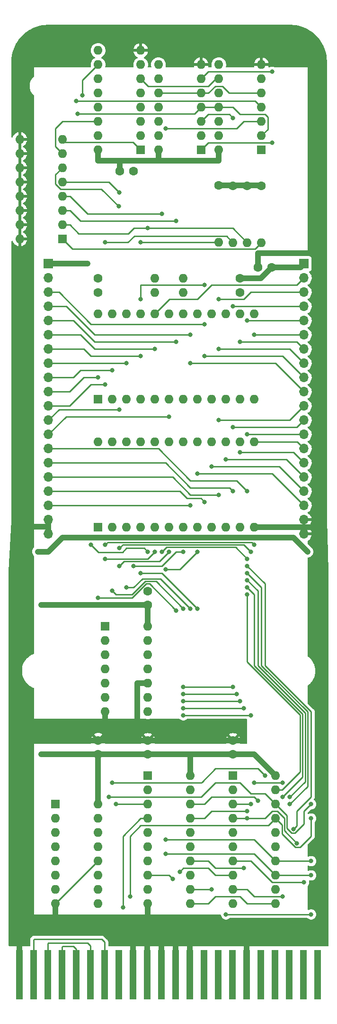
<source format=gtl>
G04 #@! TF.GenerationSoftware,KiCad,Pcbnew,(6.0.4)*
G04 #@! TF.CreationDate,2022-12-31T00:19:43-05:00*
G04 #@! TF.ProjectId,intellivision t-card replic,696e7465-6c6c-4697-9669-73696f6e2074,rev?*
G04 #@! TF.SameCoordinates,Original*
G04 #@! TF.FileFunction,Copper,L1,Top*
G04 #@! TF.FilePolarity,Positive*
%FSLAX46Y46*%
G04 Gerber Fmt 4.6, Leading zero omitted, Abs format (unit mm)*
G04 Created by KiCad (PCBNEW (6.0.4)) date 2022-12-31 00:19:43*
%MOMM*%
%LPD*%
G01*
G04 APERTURE LIST*
G04 #@! TA.AperFunction,ComponentPad*
%ADD10C,1.600000*%
G04 #@! TD*
G04 #@! TA.AperFunction,ComponentPad*
%ADD11O,1.600000X1.600000*%
G04 #@! TD*
G04 #@! TA.AperFunction,ComponentPad*
%ADD12R,1.600000X1.600000*%
G04 #@! TD*
G04 #@! TA.AperFunction,ComponentPad*
%ADD13R,1.700000X1.700000*%
G04 #@! TD*
G04 #@! TA.AperFunction,ComponentPad*
%ADD14O,1.700000X1.700000*%
G04 #@! TD*
G04 #@! TA.AperFunction,ConnectorPad*
%ADD15R,1.270000X8.840000*%
G04 #@! TD*
G04 #@! TA.AperFunction,ViaPad*
%ADD16C,0.800000*%
G04 #@! TD*
G04 #@! TA.AperFunction,Conductor*
%ADD17C,1.000000*%
G04 #@! TD*
G04 #@! TA.AperFunction,Conductor*
%ADD18C,0.250000*%
G04 #@! TD*
G04 APERTURE END LIST*
D10*
X105405000Y-66082500D03*
D11*
X115565000Y-66082500D03*
D10*
X134615000Y-47032500D03*
D11*
X134615000Y-57192500D03*
D10*
X132075000Y-47032500D03*
D11*
X132075000Y-57192500D03*
D10*
X109240000Y-44450000D03*
X111740000Y-44450000D03*
D12*
X105405000Y-107992500D03*
D11*
X107945000Y-107992500D03*
X110485000Y-107992500D03*
X113025000Y-107992500D03*
X115565000Y-107992500D03*
X118105000Y-107992500D03*
X120645000Y-107992500D03*
X123185000Y-107992500D03*
X125725000Y-107992500D03*
X128265000Y-107992500D03*
X130805000Y-107992500D03*
X133345000Y-107992500D03*
X133345000Y-92752500D03*
X130805000Y-92752500D03*
X128265000Y-92752500D03*
X125725000Y-92752500D03*
X123185000Y-92752500D03*
X120645000Y-92752500D03*
X118105000Y-92752500D03*
X115565000Y-92752500D03*
X113025000Y-92752500D03*
X110485000Y-92752500D03*
X107945000Y-92752500D03*
X105405000Y-92752500D03*
D10*
X129540000Y-148590000D03*
X129540000Y-146090000D03*
D12*
X113015000Y-40640000D03*
D11*
X113015000Y-38100000D03*
X113015000Y-35560000D03*
X113015000Y-33020000D03*
X113015000Y-30480000D03*
X113015000Y-27940000D03*
X113015000Y-25400000D03*
X113015000Y-22860000D03*
X105395000Y-22860000D03*
X105395000Y-25400000D03*
X105395000Y-27940000D03*
X105395000Y-30480000D03*
X105395000Y-33020000D03*
X105395000Y-35560000D03*
X105395000Y-38100000D03*
X105395000Y-40640000D03*
D13*
X142240000Y-60960000D03*
D14*
X142240000Y-63500000D03*
X142240000Y-66040000D03*
X142240000Y-68580000D03*
X142240000Y-71120000D03*
X142240000Y-73660000D03*
X142240000Y-76200000D03*
X142240000Y-78740000D03*
X142240000Y-81280000D03*
X142240000Y-83820000D03*
X142240000Y-86360000D03*
X142240000Y-88900000D03*
X142240000Y-91440000D03*
X142240000Y-93980000D03*
X142240000Y-96520000D03*
X142240000Y-99060000D03*
X142240000Y-101600000D03*
X142240000Y-104140000D03*
X142240000Y-106680000D03*
X142240000Y-109220000D03*
D10*
X130805000Y-63542500D03*
D11*
X120645000Y-63542500D03*
D10*
X130805000Y-66082500D03*
D11*
X120645000Y-66082500D03*
D12*
X105410000Y-85132500D03*
D11*
X107950000Y-85132500D03*
X110490000Y-85132500D03*
X113030000Y-85132500D03*
X115570000Y-85132500D03*
X118110000Y-85132500D03*
X120650000Y-85132500D03*
X123190000Y-85132500D03*
X125730000Y-85132500D03*
X128270000Y-85132500D03*
X130810000Y-85132500D03*
X133350000Y-85132500D03*
X133350000Y-69892500D03*
X130810000Y-69892500D03*
X128270000Y-69892500D03*
X125730000Y-69892500D03*
X123190000Y-69892500D03*
X120650000Y-69892500D03*
X118110000Y-69892500D03*
X115570000Y-69892500D03*
X113030000Y-69892500D03*
X110490000Y-69892500D03*
X107950000Y-69892500D03*
X105410000Y-69892500D03*
D10*
X105410000Y-148570000D03*
X105410000Y-146070000D03*
D12*
X97790000Y-157480000D03*
D11*
X97790000Y-160020000D03*
X97790000Y-162560000D03*
X97790000Y-165100000D03*
X97790000Y-167640000D03*
X97790000Y-170180000D03*
X97790000Y-172720000D03*
X97790000Y-175260000D03*
X105410000Y-175260000D03*
X105410000Y-172720000D03*
X105410000Y-170180000D03*
X105410000Y-167640000D03*
X105410000Y-165100000D03*
X105410000Y-162560000D03*
X105410000Y-160020000D03*
X105410000Y-157480000D03*
D12*
X99017500Y-56525000D03*
D11*
X99017500Y-53985000D03*
X99017500Y-51445000D03*
X99017500Y-48905000D03*
X99017500Y-46365000D03*
X99017500Y-43825000D03*
X99017500Y-41285000D03*
X99017500Y-38745000D03*
X91397500Y-38745000D03*
X91397500Y-41285000D03*
X91397500Y-43825000D03*
X91397500Y-46365000D03*
X91397500Y-48905000D03*
X91397500Y-51445000D03*
X91397500Y-53985000D03*
X91397500Y-56525000D03*
D10*
X114300000Y-121900000D03*
X114300000Y-119400000D03*
D12*
X114300000Y-152400000D03*
D11*
X114300000Y-154940000D03*
X114300000Y-157480000D03*
X114300000Y-160020000D03*
X114300000Y-162560000D03*
X114300000Y-165100000D03*
X114300000Y-167640000D03*
X114300000Y-170180000D03*
X114300000Y-172720000D03*
X114300000Y-175260000D03*
X121920000Y-175260000D03*
X121920000Y-172720000D03*
X121920000Y-170180000D03*
X121920000Y-167640000D03*
X121920000Y-165100000D03*
X121920000Y-162560000D03*
X121920000Y-160020000D03*
X121920000Y-157480000D03*
X121920000Y-154940000D03*
X121920000Y-152400000D03*
D10*
X126995000Y-46990000D03*
D11*
X126995000Y-57150000D03*
D12*
X129540000Y-152400000D03*
D11*
X129540000Y-154940000D03*
X129540000Y-157480000D03*
X129540000Y-160020000D03*
X129540000Y-162560000D03*
X129540000Y-165100000D03*
X129540000Y-167640000D03*
X129540000Y-170180000D03*
X129540000Y-172720000D03*
X129540000Y-175260000D03*
X137160000Y-175260000D03*
X137160000Y-172720000D03*
X137160000Y-170180000D03*
X137160000Y-167640000D03*
X137160000Y-165100000D03*
X137160000Y-162560000D03*
X137160000Y-160020000D03*
X137160000Y-157480000D03*
X137160000Y-154940000D03*
X137160000Y-152400000D03*
D12*
X134605000Y-40645000D03*
D11*
X134605000Y-38105000D03*
X134605000Y-35565000D03*
X134605000Y-33025000D03*
X134605000Y-30485000D03*
X134605000Y-27945000D03*
X134605000Y-25405000D03*
X126985000Y-25405000D03*
X126985000Y-27945000D03*
X126985000Y-30485000D03*
X126985000Y-33025000D03*
X126985000Y-35565000D03*
X126985000Y-38105000D03*
X126985000Y-40645000D03*
D10*
X114300000Y-148590000D03*
X114300000Y-146090000D03*
D15*
X144665700Y-187960000D03*
X142125700Y-187960000D03*
X139585700Y-187960000D03*
X137045700Y-187960000D03*
X134505700Y-187960000D03*
X131965700Y-187960000D03*
X129425700Y-187960000D03*
X126885700Y-187960000D03*
X124345700Y-187960000D03*
X121805700Y-187960000D03*
X119265700Y-187960000D03*
X116725700Y-187960000D03*
X114185700Y-187960000D03*
X111645700Y-187960000D03*
X109105700Y-187960000D03*
X106565700Y-187960000D03*
X104025700Y-187960000D03*
X101485700Y-187960000D03*
X98945700Y-187960000D03*
X96405700Y-187960000D03*
X93865700Y-187960000D03*
X91325700Y-187960000D03*
D10*
X136485000Y-61595000D03*
X133985000Y-61595000D03*
D13*
X96520000Y-60960000D03*
D14*
X96520000Y-63500000D03*
X96520000Y-66040000D03*
X96520000Y-68580000D03*
X96520000Y-71120000D03*
X96520000Y-73660000D03*
X96520000Y-76200000D03*
X96520000Y-78740000D03*
X96520000Y-81280000D03*
X96520000Y-83820000D03*
X96520000Y-86360000D03*
X96520000Y-88900000D03*
X96520000Y-91440000D03*
X96520000Y-93980000D03*
X96520000Y-96520000D03*
X96520000Y-99060000D03*
X96520000Y-101600000D03*
X96520000Y-104140000D03*
X96520000Y-106680000D03*
X96520000Y-109220000D03*
D10*
X105405000Y-63542500D03*
D11*
X115565000Y-63542500D03*
D12*
X106680000Y-125730000D03*
D11*
X106680000Y-128270000D03*
X106680000Y-130810000D03*
X106680000Y-133350000D03*
X106680000Y-135890000D03*
X106680000Y-138430000D03*
X106680000Y-140970000D03*
X114300000Y-140970000D03*
X114300000Y-138430000D03*
X114300000Y-135890000D03*
X114300000Y-133350000D03*
X114300000Y-130810000D03*
X114300000Y-128270000D03*
X114300000Y-125730000D03*
D10*
X129535000Y-47032500D03*
D11*
X129535000Y-57192500D03*
D12*
X123800000Y-40645000D03*
D11*
X123800000Y-38105000D03*
X123800000Y-35565000D03*
X123800000Y-33025000D03*
X123800000Y-30485000D03*
X123800000Y-27945000D03*
X123800000Y-25405000D03*
X116180000Y-25405000D03*
X116180000Y-27945000D03*
X116180000Y-30485000D03*
X116180000Y-33025000D03*
X116180000Y-35565000D03*
X116180000Y-38105000D03*
X116180000Y-40645000D03*
D16*
X94615000Y-112395000D03*
X142875000Y-112395000D03*
X95250000Y-148590000D03*
X103505000Y-60960000D03*
X95250000Y-121920000D03*
X129654300Y-180454300D03*
X131445000Y-143891000D03*
X144780000Y-180340000D03*
X133985000Y-156845000D03*
X121920000Y-78740000D03*
X138430000Y-153670000D03*
X133350000Y-153670000D03*
X127000000Y-88900000D03*
X132715000Y-157480000D03*
X132080000Y-158750000D03*
X124460000Y-77470000D03*
X140970000Y-164465000D03*
X132080000Y-160020000D03*
X129540000Y-90170000D03*
X131445000Y-168910000D03*
X127000000Y-76200000D03*
X132080000Y-91440000D03*
X142240000Y-171450000D03*
X130810000Y-74930000D03*
X132715000Y-141605000D03*
X120650000Y-141605000D03*
X120015000Y-169545000D03*
X128270000Y-177165000D03*
X143510000Y-177165000D03*
X131445000Y-140335000D03*
X118745000Y-170815000D03*
X133350000Y-73660000D03*
X120650000Y-140335000D03*
X143510000Y-170180000D03*
X130805000Y-94657500D03*
X117475000Y-166370000D03*
X117475000Y-163830000D03*
X128265000Y-95927500D03*
X143510000Y-167640000D03*
X120650000Y-139065000D03*
X132080000Y-71120000D03*
X130810000Y-139065000D03*
X111125000Y-173990000D03*
X143510000Y-160020000D03*
X125725000Y-97197500D03*
X129540000Y-68580000D03*
X130175000Y-137795000D03*
X120650000Y-137795000D03*
X109855000Y-175895000D03*
X120650000Y-136525000D03*
X129540000Y-136525000D03*
X127000000Y-67310000D03*
X108585000Y-157480000D03*
X107315000Y-156210000D03*
X123185000Y-98467500D03*
X143510000Y-157480000D03*
X114300000Y-54610000D03*
X119380000Y-53340000D03*
X116840000Y-52070000D03*
X109220000Y-48260000D03*
X109069511Y-50697011D03*
X106680000Y-57150000D03*
X113030000Y-57150000D03*
X107950000Y-153670000D03*
X135255000Y-152400000D03*
X133350000Y-111125000D03*
X106680000Y-111125000D03*
X106680000Y-82550000D03*
X132080000Y-116205000D03*
X129540000Y-101600000D03*
X102596920Y-30841920D03*
X139700000Y-157480000D03*
X109220000Y-86995000D03*
X132715000Y-112395000D03*
X109220000Y-111760000D03*
X127000000Y-102235000D03*
X139700000Y-156210000D03*
X132080000Y-117475000D03*
X118110000Y-88265000D03*
X116840000Y-112395000D03*
X132080000Y-113665000D03*
X132080000Y-118745000D03*
X138430000Y-156210000D03*
X124460000Y-103505000D03*
X132080000Y-101600000D03*
X138430000Y-173990000D03*
X140335000Y-161925000D03*
X132080000Y-114935000D03*
X101740489Y-34149511D03*
X132080000Y-120015000D03*
X121920000Y-104140000D03*
X117475000Y-115570000D03*
X123190000Y-112395000D03*
X124460000Y-71755000D03*
X125730000Y-172720000D03*
X123190000Y-122555000D03*
X113025000Y-116210000D03*
X113030000Y-77470000D03*
X121920000Y-73660000D03*
X120650000Y-112395000D03*
X111760000Y-114935000D03*
X121920000Y-122555000D03*
X110490000Y-78740000D03*
X110485000Y-118750000D03*
X118110000Y-112395000D03*
X119380000Y-74930000D03*
X109220000Y-114935000D03*
X120650000Y-122555000D03*
X107945000Y-119385000D03*
X107950000Y-80010000D03*
X106680000Y-113665000D03*
X115570000Y-76200000D03*
X115570000Y-112395000D03*
X119380000Y-122889700D03*
X105410000Y-81280000D03*
X105410000Y-120650000D03*
X101454511Y-31895489D03*
X114300000Y-112395000D03*
X104140000Y-111125000D03*
X136525000Y-39370000D03*
X129540000Y-34925000D03*
X124455000Y-64775000D03*
X113030000Y-67310000D03*
X136525000Y-26670000D03*
X117475000Y-36830000D03*
D17*
X126985000Y-40645000D02*
X126985000Y-42577500D01*
X109187500Y-42577500D02*
X105415000Y-42577500D01*
X116180000Y-42547500D02*
X116210000Y-42577500D01*
X116210000Y-42577500D02*
X109187500Y-42577500D01*
X96520000Y-112395000D02*
X94615000Y-112395000D01*
X130805000Y-63542500D02*
X134537500Y-63542500D01*
X140335000Y-109855000D02*
X99060000Y-109855000D01*
X105410000Y-157480000D02*
X105410000Y-148590000D01*
X105395000Y-40640000D02*
X105395000Y-42557500D01*
X105395000Y-42557500D02*
X105415000Y-42577500D01*
X109187500Y-42577500D02*
X109240000Y-42630000D01*
X114300000Y-148590000D02*
X121920000Y-148590000D01*
X136485000Y-61595000D02*
X141605000Y-61595000D01*
X121270000Y-42577500D02*
X116210000Y-42577500D01*
X96520000Y-60960000D02*
X103505000Y-60960000D01*
X137160000Y-152400000D02*
X133350000Y-148590000D01*
X133350000Y-148590000D02*
X129540000Y-148590000D01*
X121920000Y-148590000D02*
X129540000Y-148590000D01*
X126995000Y-46990000D02*
X134615000Y-46990000D01*
X116180000Y-40645000D02*
X116180000Y-42547500D01*
X99060000Y-109855000D02*
X96520000Y-112395000D01*
X114300000Y-121920000D02*
X114300000Y-125730000D01*
X142875000Y-112395000D02*
X140335000Y-109855000D01*
X95250000Y-148590000D02*
X105410000Y-148590000D01*
X121920000Y-152400000D02*
X121920000Y-148590000D01*
X106680000Y-121920000D02*
X114300000Y-121920000D01*
X126985000Y-42577500D02*
X121270000Y-42577500D01*
X105410000Y-148590000D02*
X114300000Y-148590000D01*
X141605000Y-61595000D02*
X142240000Y-60960000D01*
X106680000Y-121920000D02*
X95250000Y-121920000D01*
X109240000Y-42630000D02*
X109240000Y-44450000D01*
X134537500Y-63542500D02*
X136485000Y-61595000D01*
X97790000Y-175260000D02*
X97790000Y-180340000D01*
X112395000Y-145495000D02*
X112990000Y-146090000D01*
X91440000Y-114935000D02*
X91440000Y-121920000D01*
X133345000Y-107992500D02*
X144737500Y-107992500D01*
X91400000Y-146090000D02*
X91325700Y-146164300D01*
X116725700Y-180682900D02*
X116954300Y-180454300D01*
X91325700Y-180454300D02*
X91325700Y-146164300D01*
X132600700Y-180454300D02*
X144665700Y-180454300D01*
X114414300Y-180454300D02*
X116954300Y-180454300D01*
X114300000Y-175260000D02*
X114300000Y-180568600D01*
X144665700Y-180454300D02*
X144780000Y-180340000D01*
X96520000Y-107950000D02*
X92075000Y-107950000D01*
X96520000Y-109220000D02*
X96520000Y-107950000D01*
X97790000Y-146090000D02*
X91400000Y-146090000D01*
X114185700Y-187960000D02*
X114185700Y-180682900D01*
X91325700Y-187960000D02*
X91325700Y-180454300D01*
X129540000Y-146090000D02*
X121960000Y-146090000D01*
X134022500Y-59055000D02*
X144780000Y-59055000D01*
X129654300Y-180454300D02*
X132600700Y-180454300D01*
X106680000Y-140970000D02*
X106680000Y-146050000D01*
X116725700Y-187960000D02*
X116725700Y-180682900D01*
X131445000Y-146050000D02*
X131405000Y-146090000D01*
X91325700Y-146164300D02*
X91325700Y-122034300D01*
X121805700Y-187960000D02*
X121805700Y-180454300D01*
X119265700Y-187960000D02*
X119265700Y-180454300D01*
X111645700Y-187960000D02*
X111645700Y-180454300D01*
X131445000Y-143891000D02*
X131445000Y-146050000D01*
X97675700Y-180454300D02*
X111645700Y-180454300D01*
X121805700Y-180454300D02*
X129654300Y-180454300D01*
X114300000Y-135890000D02*
X112395000Y-135890000D01*
X106680000Y-146050000D02*
X106720000Y-146090000D01*
X121960000Y-146090000D02*
X114300000Y-146090000D01*
X91325700Y-180454300D02*
X97675700Y-180454300D01*
X114300000Y-180568600D02*
X114185700Y-180682900D01*
X133980000Y-59097500D02*
X133978469Y-59099031D01*
X106720000Y-146090000D02*
X97790000Y-146090000D01*
X116954300Y-180454300D02*
X119265700Y-180454300D01*
X97790000Y-180340000D02*
X97675700Y-180454300D01*
X112395000Y-135890000D02*
X112395000Y-145495000D01*
X114185700Y-180682900D02*
X114414300Y-180454300D01*
X131965700Y-181089300D02*
X132600700Y-180454300D01*
X131965700Y-187960000D02*
X131965700Y-181089300D01*
X91325700Y-122034300D02*
X91440000Y-121920000D01*
X131405000Y-146090000D02*
X129540000Y-146090000D01*
X119265700Y-180454300D02*
X121805700Y-180454300D01*
X133980000Y-61637500D02*
X133980000Y-59097500D01*
X114300000Y-146090000D02*
X112990000Y-146090000D01*
X112990000Y-146090000D02*
X106720000Y-146090000D01*
X133978469Y-59099031D02*
X134022500Y-59055000D01*
D18*
X105410000Y-167640000D02*
X97790000Y-175260000D01*
D17*
X111645700Y-180454300D02*
X114414300Y-180454300D01*
X96520000Y-107950000D02*
X96520000Y-106680000D01*
D18*
X137160000Y-78740000D02*
X121920000Y-78740000D01*
X124460000Y-157480000D02*
X125730000Y-156210000D01*
X125730000Y-156210000D02*
X133350000Y-156210000D01*
X133350000Y-156210000D02*
X133985000Y-156845000D01*
X121920000Y-157480000D02*
X124460000Y-157480000D01*
X142240000Y-83820000D02*
X137160000Y-78740000D01*
X138430000Y-153670000D02*
X133350000Y-153670000D01*
X139700000Y-88900000D02*
X142240000Y-86360000D01*
X127000000Y-88900000D02*
X139700000Y-88900000D01*
X129540000Y-157480000D02*
X132715000Y-157480000D01*
X121920000Y-160020000D02*
X124460000Y-160020000D01*
X142240000Y-81280000D02*
X138430000Y-77470000D01*
X125730000Y-158750000D02*
X132080000Y-158750000D01*
X124460000Y-160020000D02*
X125730000Y-158750000D01*
X138430000Y-77470000D02*
X124460000Y-77470000D01*
X135255000Y-160020000D02*
X129540000Y-160020000D01*
X138734031Y-160003731D02*
X137480300Y-158750000D01*
X129540000Y-90170000D02*
X140970000Y-90170000D01*
X136525000Y-158750000D02*
X135255000Y-160020000D01*
X138734031Y-162229031D02*
X138734031Y-160003731D01*
X140970000Y-90170000D02*
X142240000Y-88900000D01*
X137480300Y-158750000D02*
X136525000Y-158750000D01*
X140970000Y-164465000D02*
X138734031Y-162229031D01*
X126365000Y-168910000D02*
X125095000Y-167640000D01*
X131445000Y-168910000D02*
X126365000Y-168910000D01*
X139700000Y-76200000D02*
X127000000Y-76200000D01*
X142240000Y-78740000D02*
X139700000Y-76200000D01*
X125095000Y-167640000D02*
X121920000Y-167640000D01*
X129540000Y-167640000D02*
X132738722Y-167640000D01*
X132738722Y-167640000D02*
X136548722Y-171450000D01*
X136548722Y-171450000D02*
X142240000Y-171450000D01*
X132080000Y-91440000D02*
X142240000Y-91440000D01*
X140970000Y-74930000D02*
X130810000Y-74930000D01*
X120650000Y-141605000D02*
X132715000Y-141605000D01*
X142240000Y-76200000D02*
X140970000Y-74930000D01*
X133345000Y-92752500D02*
X141012500Y-92752500D01*
X141012500Y-92752500D02*
X142240000Y-93980000D01*
X126365000Y-170180000D02*
X129540000Y-170180000D01*
X143510000Y-177165000D02*
X128270000Y-177165000D01*
X120015000Y-169545000D02*
X120650000Y-168910000D01*
X125095000Y-168910000D02*
X126365000Y-170180000D01*
X120650000Y-168910000D02*
X125095000Y-168910000D01*
X118110000Y-170180000D02*
X114300000Y-170180000D01*
X131445000Y-140335000D02*
X120650000Y-140335000D01*
X118110000Y-170180000D02*
X118745000Y-170815000D01*
X133350000Y-73660000D02*
X142240000Y-73660000D01*
X137160000Y-170180000D02*
X143510000Y-170180000D01*
X140377500Y-94657500D02*
X142240000Y-96520000D01*
X117475000Y-166370000D02*
X133350000Y-166370000D01*
X130805000Y-94657500D02*
X140377500Y-94657500D01*
X133350000Y-166370000D02*
X137160000Y-170180000D01*
X133350000Y-163830000D02*
X117475000Y-163830000D01*
X137160000Y-167640000D02*
X143510000Y-167640000D01*
X137160000Y-167640000D02*
X133350000Y-163830000D01*
X128265000Y-95927500D02*
X139107500Y-95927500D01*
X139107500Y-95927500D02*
X142240000Y-99060000D01*
X130810000Y-139065000D02*
X120650000Y-139065000D01*
X132080000Y-71120000D02*
X142240000Y-71120000D01*
X141515489Y-165189511D02*
X143510000Y-163195000D01*
X138284511Y-162804125D02*
X140669897Y-165189511D01*
X113030000Y-161290000D02*
X135890000Y-161290000D01*
X135890000Y-161290000D02*
X137160000Y-160020000D01*
X111125000Y-163195000D02*
X113030000Y-161290000D01*
X138284511Y-161144511D02*
X138284511Y-162804125D01*
X111125000Y-173990000D02*
X111125000Y-163195000D01*
X143510000Y-163195000D02*
X143510000Y-160020000D01*
X125767500Y-97155000D02*
X137795000Y-97155000D01*
X137795000Y-97155000D02*
X142240000Y-101600000D01*
X140669897Y-165189511D02*
X141515489Y-165189511D01*
X125725000Y-97197500D02*
X125767500Y-97155000D01*
X137160000Y-160020000D02*
X138284511Y-161144511D01*
X109855000Y-163195000D02*
X109855000Y-175895000D01*
X130175000Y-137795000D02*
X120650000Y-137795000D01*
X114300000Y-160020000D02*
X113030000Y-160020000D01*
X129540000Y-68580000D02*
X142240000Y-68580000D01*
X113030000Y-160020000D02*
X109855000Y-163195000D01*
X93865700Y-181724300D02*
X93980000Y-181610000D01*
X106045000Y-181610000D02*
X106565700Y-182130700D01*
X93980000Y-181610000D02*
X106045000Y-181610000D01*
X93865700Y-187960000D02*
X93865700Y-181724300D01*
X106565700Y-182130700D02*
X106565700Y-187960000D01*
X131445000Y-67310000D02*
X127000000Y-67310000D01*
X109855000Y-157480000D02*
X114300000Y-157480000D01*
X142240000Y-66040000D02*
X132715000Y-66040000D01*
X132715000Y-66040000D02*
X131445000Y-67310000D01*
X109855000Y-157480000D02*
X108585000Y-157480000D01*
X129540000Y-136525000D02*
X120650000Y-136525000D01*
X103505000Y-182245000D02*
X104025700Y-182765700D01*
X96405700Y-182359300D02*
X96520000Y-182245000D01*
X96405700Y-187960000D02*
X96405700Y-182359300D01*
X96520000Y-182245000D02*
X103505000Y-182245000D01*
X104025700Y-182765700D02*
X104025700Y-187960000D01*
X143510000Y-157480000D02*
X142240000Y-158750000D01*
X139183551Y-159503551D02*
X137160000Y-157480000D01*
X142240000Y-161044614D02*
X140635103Y-162649511D01*
X107315000Y-156210000D02*
X123825000Y-156210000D01*
X140026613Y-162649511D02*
X139183551Y-161806449D01*
X126365000Y-153670000D02*
X130810000Y-153670000D01*
X136567500Y-98467500D02*
X142240000Y-104140000D01*
X140635103Y-162649511D02*
X140026613Y-162649511D01*
X139183551Y-161806449D02*
X139183551Y-159503551D01*
X142240000Y-158750000D02*
X142240000Y-161044614D01*
X132715000Y-155575000D02*
X135255000Y-155575000D01*
X135255000Y-155575000D02*
X137160000Y-157480000D01*
X123825000Y-156210000D02*
X126365000Y-153670000D01*
X123185000Y-98467500D02*
X136567500Y-98467500D01*
X130810000Y-153670000D02*
X132715000Y-155575000D01*
X98945700Y-182994300D02*
X99060000Y-182880000D01*
X99060000Y-182880000D02*
X100965000Y-182880000D01*
X101485700Y-183400700D02*
X101485700Y-187960000D01*
X101485700Y-183400700D02*
X100965000Y-182880000D01*
X98945700Y-187960000D02*
X98945700Y-182994300D01*
X99017500Y-56525000D02*
X100767011Y-58274511D01*
X128457989Y-58317011D02*
X133490489Y-58317011D01*
X133490489Y-58317011D02*
X134615000Y-57192500D01*
X100767011Y-58274511D02*
X128415489Y-58274511D01*
X128415489Y-58274511D02*
X128457989Y-58317011D01*
X99017500Y-53985000D02*
X100340000Y-53985000D01*
X100340000Y-53985000D02*
X101930969Y-55575969D01*
X110820969Y-55575969D02*
X111786938Y-54610000D01*
X129492500Y-54610000D02*
X132075000Y-57192500D01*
X111786938Y-54610000D02*
X114300000Y-54610000D01*
X101930969Y-55575969D02*
X110820969Y-55575969D01*
X114300000Y-54610000D02*
X129492500Y-54610000D01*
X102235000Y-53340000D02*
X119380000Y-53340000D01*
X100340000Y-51445000D02*
X102235000Y-53340000D01*
X99017500Y-51445000D02*
X100340000Y-51445000D01*
X100340000Y-48905000D02*
X103505000Y-52070000D01*
X125127500Y-30485000D02*
X123800000Y-30485000D01*
X128862500Y-30485000D02*
X127630000Y-29252500D01*
X103505000Y-52070000D02*
X116840000Y-52070000D01*
X116180000Y-30485000D02*
X123800000Y-30485000D01*
X127630000Y-29252500D02*
X126360000Y-29252500D01*
X126360000Y-29252500D02*
X125127500Y-30485000D01*
X134605000Y-30485000D02*
X128862500Y-30485000D01*
X99017500Y-48905000D02*
X100340000Y-48905000D01*
X99017500Y-46365000D02*
X107325000Y-46365000D01*
X107325000Y-46365000D02*
X109220000Y-48260000D01*
X99017500Y-43825000D02*
X97790000Y-45052500D01*
X97790000Y-45052500D02*
X97790000Y-46727800D01*
X98687200Y-47625000D02*
X105997500Y-47625000D01*
X105997500Y-47625000D02*
X109069511Y-50697011D01*
X97790000Y-46727800D02*
X98687200Y-47625000D01*
X99060000Y-35560000D02*
X97790000Y-36830000D01*
X110733478Y-57150000D02*
X111857989Y-56025489D01*
X106680000Y-57150000D02*
X110733478Y-57150000D01*
X97790000Y-40057500D02*
X99017500Y-41285000D01*
X129535000Y-57192500D02*
X128367989Y-56025489D01*
X105395000Y-35560000D02*
X99060000Y-35560000D01*
X128367989Y-56025489D02*
X111857989Y-56025489D01*
X97790000Y-36830000D02*
X97790000Y-40057500D01*
X111599511Y-39224511D02*
X113015000Y-40640000D01*
X99017500Y-38745000D02*
X99497011Y-39224511D01*
X113030000Y-57150000D02*
X126995000Y-57150000D01*
X99497011Y-39224511D02*
X111599511Y-39224511D01*
X125095000Y-175260000D02*
X126365000Y-173990000D01*
X123825000Y-153670000D02*
X107950000Y-153670000D01*
X126365000Y-173990000D02*
X130810000Y-173990000D01*
X121920000Y-175260000D02*
X125095000Y-175260000D01*
X123970489Y-153524511D02*
X123825000Y-153670000D01*
X132080000Y-175260000D02*
X137160000Y-175260000D01*
X126365000Y-151130000D02*
X133985000Y-151130000D01*
X130810000Y-173990000D02*
X132080000Y-175260000D01*
X123970489Y-153524511D02*
X126365000Y-151130000D01*
X133985000Y-151130000D02*
X135255000Y-152400000D01*
X132904520Y-110679520D02*
X107125480Y-110679520D01*
X96520000Y-86360000D02*
X100330000Y-86360000D01*
X133350000Y-111125000D02*
X132904520Y-110679520D01*
X107125480Y-110679520D02*
X106680000Y-111125000D01*
X104140000Y-82550000D02*
X106680000Y-82550000D01*
X100330000Y-86360000D02*
X104140000Y-82550000D01*
X142875000Y-154305000D02*
X139700000Y-157480000D01*
X102596920Y-28198080D02*
X105395000Y-25400000D01*
X134620000Y-118745000D02*
X134620000Y-132715718D01*
X142875000Y-140970718D02*
X142875000Y-154305000D01*
X129540000Y-101600000D02*
X128905000Y-100965000D01*
X132080000Y-116205000D02*
X134620000Y-118745000D01*
X117475000Y-96520000D02*
X121920000Y-100965000D01*
X96520000Y-96520000D02*
X117475000Y-96520000D01*
X102596920Y-30841920D02*
X102596920Y-28198080D01*
X134620000Y-132715718D02*
X142875000Y-140970718D01*
X121920000Y-100965000D02*
X128905000Y-100965000D01*
X109220000Y-111760000D02*
X109850960Y-111129040D01*
X98425000Y-86995000D02*
X96520000Y-88900000D01*
X109220000Y-86995000D02*
X98425000Y-86995000D01*
X109850960Y-111129040D02*
X131449040Y-111129040D01*
X131449040Y-111129040D02*
X132715000Y-112395000D01*
X142425480Y-141156916D02*
X142425480Y-153484520D01*
X132080000Y-117475000D02*
X133985000Y-119380000D01*
X96520000Y-99060000D02*
X118745000Y-99060000D01*
X133985000Y-132716434D02*
X142425480Y-141156916D01*
X142425480Y-153484520D02*
X139700000Y-156210000D01*
X121920000Y-102235000D02*
X127000000Y-102235000D01*
X133985000Y-119380000D02*
X133985000Y-132716434D01*
X118745000Y-99060000D02*
X121920000Y-102235000D01*
X96520000Y-91440000D02*
X99695000Y-88265000D01*
X99695000Y-88265000D02*
X118110000Y-88265000D01*
X129993560Y-111578560D02*
X117656440Y-111578560D01*
X117656440Y-111578560D02*
X116840000Y-112395000D01*
X132080000Y-113665000D02*
X129993560Y-111578560D01*
X141975960Y-141343114D02*
X141975960Y-152664040D01*
X141975960Y-152664040D02*
X138430000Y-156210000D01*
X132080000Y-118745000D02*
X133350000Y-120015000D01*
X133350000Y-120015000D02*
X133350000Y-132717152D01*
X123825000Y-102870000D02*
X124460000Y-103505000D01*
X96520000Y-101600000D02*
X120015000Y-101600000D01*
X120015000Y-101600000D02*
X121285000Y-102870000D01*
X121285000Y-102870000D02*
X123825000Y-102870000D01*
X133350000Y-132717152D02*
X141975960Y-141343114D01*
X132080000Y-172720000D02*
X133350000Y-173990000D01*
X135255000Y-132715000D02*
X143510000Y-140970000D01*
X133350000Y-173990000D02*
X138430000Y-173990000D01*
X129540000Y-172720000D02*
X132080000Y-172720000D01*
X123800000Y-33025000D02*
X126985000Y-33025000D01*
X143510000Y-156175182D02*
X140952591Y-158732591D01*
X135255000Y-34290000D02*
X130790000Y-34290000D01*
X132080000Y-114935000D02*
X135255000Y-118110000D01*
X130790000Y-34290000D02*
X129525000Y-33025000D01*
X135255000Y-118110000D02*
X135255000Y-132715000D01*
X140952591Y-161307409D02*
X140335000Y-161925000D01*
X143510000Y-140970000D02*
X143510000Y-156175182D01*
X130175000Y-99695000D02*
X121920000Y-99695000D01*
X140952591Y-158732591D02*
X140952591Y-161307409D01*
X134605000Y-38105000D02*
X135729511Y-36980489D01*
X123800000Y-33025000D02*
X122675489Y-34149511D01*
X121920000Y-99695000D02*
X116205000Y-93980000D01*
X129525000Y-33025000D02*
X126985000Y-33025000D01*
X135729511Y-34764511D02*
X135255000Y-34290000D01*
X135729511Y-36980489D02*
X135729511Y-34764511D01*
X132080000Y-101600000D02*
X130175000Y-99695000D01*
X116205000Y-93980000D02*
X96520000Y-93980000D01*
X122675489Y-34149511D02*
X101740489Y-34149511D01*
X141526440Y-151704930D02*
X138291370Y-154940000D01*
X136523566Y-136526434D02*
X141526440Y-141529312D01*
X138291370Y-154940000D02*
X137160000Y-154940000D01*
X132080000Y-120015000D02*
X132080000Y-132082868D01*
X141526440Y-141529312D02*
X141526440Y-151704930D01*
X96520000Y-104140000D02*
X121920000Y-104140000D01*
X132080000Y-132082868D02*
X136523566Y-136526434D01*
X96520000Y-66040000D02*
X98425000Y-66040000D01*
X104140000Y-71755000D02*
X124460000Y-71755000D01*
X120015000Y-115570000D02*
X123190000Y-112395000D01*
X117475000Y-115570000D02*
X120015000Y-115570000D01*
X98425000Y-66040000D02*
X104140000Y-71755000D01*
X116845000Y-116210000D02*
X123190000Y-122555000D01*
X121920000Y-172720000D02*
X125730000Y-172720000D01*
X104140000Y-77470000D02*
X102870000Y-76200000D01*
X102870000Y-76200000D02*
X96520000Y-76200000D01*
X113030000Y-77470000D02*
X104140000Y-77470000D01*
X113025000Y-116210000D02*
X116845000Y-116210000D01*
X111760000Y-114935000D02*
X116840000Y-114935000D01*
X99695000Y-68580000D02*
X96520000Y-68580000D01*
X116840000Y-114935000D02*
X119380000Y-112395000D01*
X104775000Y-73660000D02*
X99695000Y-68580000D01*
X121920000Y-73660000D02*
X104775000Y-73660000D01*
X119380000Y-112395000D02*
X120650000Y-112395000D01*
X116575960Y-117210960D02*
X121920000Y-122555000D01*
X113294040Y-117210960D02*
X116575960Y-117210960D01*
X110485000Y-118750000D02*
X111755000Y-118750000D01*
X110490000Y-78740000D02*
X96520000Y-78740000D01*
X111755000Y-118750000D02*
X113294040Y-117210960D01*
X100965000Y-71120000D02*
X104775000Y-74930000D01*
X110040480Y-114114520D02*
X116390480Y-114114520D01*
X116390480Y-114114520D02*
X118110000Y-112395000D01*
X104775000Y-74930000D02*
X119380000Y-74930000D01*
X96520000Y-71120000D02*
X100965000Y-71120000D01*
X109220000Y-114935000D02*
X110040480Y-114114520D01*
X107950000Y-80010000D02*
X102235000Y-80010000D01*
X113813503Y-117660480D02*
X115755480Y-117660480D01*
X108575000Y-120015000D02*
X111458982Y-120015000D01*
X102235000Y-80010000D02*
X100965000Y-81280000D01*
X115755480Y-117660480D02*
X120650000Y-122555000D01*
X107945000Y-119385000D02*
X108575000Y-120015000D01*
X100965000Y-81280000D02*
X96520000Y-81280000D01*
X111458982Y-120015000D02*
X113813503Y-117660480D01*
X104775000Y-76200000D02*
X115570000Y-76200000D01*
X96520000Y-73660000D02*
X102235000Y-73660000D01*
X114300000Y-113665000D02*
X115570000Y-112395000D01*
X106680000Y-113665000D02*
X114300000Y-113665000D01*
X102235000Y-73660000D02*
X104775000Y-76200000D01*
X113999700Y-118110000D02*
X111459700Y-120650000D01*
X111459700Y-120650000D02*
X105410000Y-120650000D01*
X102870000Y-81280000D02*
X100330000Y-83820000D01*
X100330000Y-83820000D02*
X96520000Y-83820000D01*
X114600300Y-118110000D02*
X113999700Y-118110000D01*
X119380000Y-122889700D02*
X114600300Y-118110000D01*
X105410000Y-81280000D02*
X102870000Y-81280000D01*
X134605000Y-33025000D02*
X133475489Y-31895489D01*
X133475489Y-31895489D02*
X101454511Y-31895489D01*
X113665000Y-111760000D02*
X114300000Y-112395000D01*
X104140000Y-111125000D02*
X105499511Y-112484511D01*
X109765489Y-112484511D02*
X110490000Y-111760000D01*
X105499511Y-112484511D02*
X109765489Y-112484511D01*
X123190000Y-67310000D02*
X125730000Y-64770000D01*
X110490000Y-111760000D02*
X113665000Y-111760000D01*
X118152500Y-67310000D02*
X123190000Y-67310000D01*
X125730000Y-64770000D02*
X140970000Y-64770000D01*
X140970000Y-64770000D02*
X142240000Y-63500000D01*
X115570000Y-69892500D02*
X118152500Y-67310000D01*
X125075000Y-39370000D02*
X136525000Y-39370000D01*
X123800000Y-40645000D02*
X125075000Y-39370000D01*
X113030000Y-64770000D02*
X113030000Y-67310000D01*
X123800000Y-35565000D02*
X125075000Y-34290000D01*
X124450000Y-64770000D02*
X113030000Y-64770000D01*
X125075000Y-34290000D02*
X128905000Y-34290000D01*
X124455000Y-64775000D02*
X124450000Y-64770000D01*
X128905000Y-34290000D02*
X129540000Y-34925000D01*
X136525000Y-26670000D02*
X125075000Y-26670000D01*
X125075000Y-26670000D02*
X123800000Y-27945000D01*
X126947500Y-27982500D02*
X126360000Y-27982500D01*
X125090000Y-29252500D02*
X114327500Y-29252500D01*
X114327500Y-29252500D02*
X113015000Y-27940000D01*
X126360000Y-27982500D02*
X125090000Y-29252500D01*
X126985000Y-27945000D02*
X126947500Y-27982500D01*
X130175000Y-36830000D02*
X117475000Y-36830000D01*
X131440000Y-35565000D02*
X130175000Y-36830000D01*
X134605000Y-35565000D02*
X131440000Y-35565000D01*
G04 #@! TA.AperFunction,Conductor*
G36*
X93980000Y-27459922D02*
G01*
X93959998Y-27528043D01*
X93926451Y-27563009D01*
X93919977Y-27567559D01*
X93709378Y-27763260D01*
X93527287Y-27985732D01*
X93377073Y-28230858D01*
X93261517Y-28494102D01*
X93182756Y-28770594D01*
X93142249Y-29055216D01*
X93140743Y-29342703D01*
X93178268Y-29627734D01*
X93254129Y-29905036D01*
X93366923Y-30169476D01*
X93514561Y-30416161D01*
X93694313Y-30640528D01*
X93902851Y-30838423D01*
X93906325Y-30840919D01*
X93906333Y-30840926D01*
X93927527Y-30856155D01*
X93971174Y-30912150D01*
X93980000Y-30958477D01*
X93980000Y-111551624D01*
X93959998Y-111619745D01*
X93933636Y-111649267D01*
X93905713Y-111672040D01*
X93905710Y-111672043D01*
X93900938Y-111675935D01*
X93897011Y-111680682D01*
X93897009Y-111680684D01*
X93778799Y-111823575D01*
X93778797Y-111823579D01*
X93774870Y-111828325D01*
X93680802Y-112002299D01*
X93622318Y-112191232D01*
X93601645Y-112387925D01*
X93619570Y-112584888D01*
X93675410Y-112774619D01*
X93767040Y-112949890D01*
X93890968Y-113104025D01*
X93934993Y-113140966D01*
X93974318Y-113200075D01*
X93980000Y-113237486D01*
X93980000Y-130528468D01*
X93959998Y-130596589D01*
X93901200Y-130645293D01*
X93588648Y-130771572D01*
X93588644Y-130771574D01*
X93585384Y-130772891D01*
X93582297Y-130774560D01*
X93582293Y-130774562D01*
X93549658Y-130792208D01*
X93270943Y-130942909D01*
X92977412Y-131146918D01*
X92974770Y-131149231D01*
X92974766Y-131149234D01*
X92727928Y-131365325D01*
X92708452Y-131382375D01*
X92467414Y-131646345D01*
X92257303Y-131935539D01*
X92080737Y-132246351D01*
X91939917Y-132574907D01*
X91836599Y-132917113D01*
X91772070Y-133268703D01*
X91747135Y-133625295D01*
X91748052Y-133647174D01*
X91762104Y-133982445D01*
X91816791Y-134335699D01*
X91910514Y-134680657D01*
X92042104Y-135013017D01*
X92209923Y-135328638D01*
X92411878Y-135623585D01*
X92645451Y-135894183D01*
X92907732Y-136137058D01*
X93195452Y-136349183D01*
X93505024Y-136527914D01*
X93637659Y-136585861D01*
X93829368Y-136669617D01*
X93829371Y-136669618D01*
X93832589Y-136671024D01*
X93891258Y-136689185D01*
X93950418Y-136728436D01*
X93978966Y-136793440D01*
X93980000Y-136809550D01*
X93980000Y-177165000D01*
X89408500Y-177165000D01*
X89408500Y-115873537D01*
X89408688Y-115866656D01*
X89900130Y-106880678D01*
X89901441Y-106868182D01*
X89901893Y-106865281D01*
X89901894Y-106865274D01*
X89902641Y-106860473D01*
X89902641Y-106838194D01*
X89902829Y-106831313D01*
X89903631Y-106816645D01*
X89903876Y-106812169D01*
X89903124Y-106803607D01*
X89902641Y-106792583D01*
X89902641Y-56956900D01*
X89922643Y-56888779D01*
X89976299Y-56842286D01*
X90046573Y-56832182D01*
X90111153Y-56861676D01*
X90150348Y-56924289D01*
X90162264Y-56968761D01*
X90166010Y-56979053D01*
X90258086Y-57176511D01*
X90263569Y-57186007D01*
X90388528Y-57364467D01*
X90395584Y-57372875D01*
X90549625Y-57526916D01*
X90558033Y-57533972D01*
X90736493Y-57658931D01*
X90745989Y-57664414D01*
X90943447Y-57756490D01*
X90953739Y-57760236D01*
X91126003Y-57806394D01*
X91140099Y-57806058D01*
X91143500Y-57798116D01*
X91143500Y-57792967D01*
X91651500Y-57792967D01*
X91655473Y-57806498D01*
X91664022Y-57807727D01*
X91841261Y-57760236D01*
X91851553Y-57756490D01*
X92049011Y-57664414D01*
X92058507Y-57658931D01*
X92236967Y-57533972D01*
X92245375Y-57526916D01*
X92399416Y-57372875D01*
X92406472Y-57364467D01*
X92531431Y-57186007D01*
X92536914Y-57176511D01*
X92628990Y-56979053D01*
X92632736Y-56968761D01*
X92678894Y-56796497D01*
X92678558Y-56782401D01*
X92670616Y-56779000D01*
X91669615Y-56779000D01*
X91654376Y-56783475D01*
X91653171Y-56784865D01*
X91651500Y-56792548D01*
X91651500Y-57792967D01*
X91143500Y-57792967D01*
X91143500Y-56252885D01*
X91651500Y-56252885D01*
X91655975Y-56268124D01*
X91657365Y-56269329D01*
X91665048Y-56271000D01*
X92665467Y-56271000D01*
X92678998Y-56267027D01*
X92680227Y-56258478D01*
X92632736Y-56081239D01*
X92628990Y-56070947D01*
X92536914Y-55873489D01*
X92531431Y-55863993D01*
X92406472Y-55685533D01*
X92399416Y-55677125D01*
X92245375Y-55523084D01*
X92236967Y-55516028D01*
X92058507Y-55391069D01*
X92049011Y-55385586D01*
X92013859Y-55369195D01*
X91960574Y-55322278D01*
X91941113Y-55254001D01*
X91961655Y-55186041D01*
X92013859Y-55140805D01*
X92049011Y-55124414D01*
X92058507Y-55118931D01*
X92236967Y-54993972D01*
X92245375Y-54986916D01*
X92399416Y-54832875D01*
X92406472Y-54824467D01*
X92531431Y-54646007D01*
X92536914Y-54636511D01*
X92628990Y-54439053D01*
X92632736Y-54428761D01*
X92678894Y-54256497D01*
X92678558Y-54242401D01*
X92670616Y-54239000D01*
X91669615Y-54239000D01*
X91654376Y-54243475D01*
X91653171Y-54244865D01*
X91651500Y-54252548D01*
X91651500Y-56252885D01*
X91143500Y-56252885D01*
X91143500Y-53712885D01*
X91651500Y-53712885D01*
X91655975Y-53728124D01*
X91657365Y-53729329D01*
X91665048Y-53731000D01*
X92665467Y-53731000D01*
X92678998Y-53727027D01*
X92680227Y-53718478D01*
X92632736Y-53541239D01*
X92628990Y-53530947D01*
X92536914Y-53333489D01*
X92531431Y-53323993D01*
X92406472Y-53145533D01*
X92399416Y-53137125D01*
X92245375Y-52983084D01*
X92236967Y-52976028D01*
X92058507Y-52851069D01*
X92049011Y-52845586D01*
X92013859Y-52829195D01*
X91960574Y-52782278D01*
X91941113Y-52714001D01*
X91961655Y-52646041D01*
X92013859Y-52600805D01*
X92049011Y-52584414D01*
X92058507Y-52578931D01*
X92236967Y-52453972D01*
X92245375Y-52446916D01*
X92399416Y-52292875D01*
X92406472Y-52284467D01*
X92531431Y-52106007D01*
X92536914Y-52096511D01*
X92628990Y-51899053D01*
X92632736Y-51888761D01*
X92678894Y-51716497D01*
X92678558Y-51702401D01*
X92670616Y-51699000D01*
X91669615Y-51699000D01*
X91654376Y-51703475D01*
X91653171Y-51704865D01*
X91651500Y-51712548D01*
X91651500Y-53712885D01*
X91143500Y-53712885D01*
X91143500Y-51172885D01*
X91651500Y-51172885D01*
X91655975Y-51188124D01*
X91657365Y-51189329D01*
X91665048Y-51191000D01*
X92665467Y-51191000D01*
X92678998Y-51187027D01*
X92680227Y-51178478D01*
X92632736Y-51001239D01*
X92628990Y-50990947D01*
X92536914Y-50793489D01*
X92531431Y-50783993D01*
X92406472Y-50605533D01*
X92399416Y-50597125D01*
X92245375Y-50443084D01*
X92236967Y-50436028D01*
X92058507Y-50311069D01*
X92049011Y-50305586D01*
X92013859Y-50289195D01*
X91960574Y-50242278D01*
X91941113Y-50174001D01*
X91961655Y-50106041D01*
X92013859Y-50060805D01*
X92049011Y-50044414D01*
X92058507Y-50038931D01*
X92236967Y-49913972D01*
X92245375Y-49906916D01*
X92399416Y-49752875D01*
X92406472Y-49744467D01*
X92531431Y-49566007D01*
X92536914Y-49556511D01*
X92628990Y-49359053D01*
X92632736Y-49348761D01*
X92678894Y-49176497D01*
X92678558Y-49162401D01*
X92670616Y-49159000D01*
X91669615Y-49159000D01*
X91654376Y-49163475D01*
X91653171Y-49164865D01*
X91651500Y-49172548D01*
X91651500Y-51172885D01*
X91143500Y-51172885D01*
X91143500Y-48632885D01*
X91651500Y-48632885D01*
X91655975Y-48648124D01*
X91657365Y-48649329D01*
X91665048Y-48651000D01*
X92665467Y-48651000D01*
X92678998Y-48647027D01*
X92680227Y-48638478D01*
X92632736Y-48461239D01*
X92628990Y-48450947D01*
X92536914Y-48253489D01*
X92531431Y-48243993D01*
X92406472Y-48065533D01*
X92399416Y-48057125D01*
X92245375Y-47903084D01*
X92236967Y-47896028D01*
X92058507Y-47771069D01*
X92049011Y-47765586D01*
X92013859Y-47749195D01*
X91960574Y-47702278D01*
X91941113Y-47634001D01*
X91961655Y-47566041D01*
X92013859Y-47520805D01*
X92049011Y-47504414D01*
X92058507Y-47498931D01*
X92236967Y-47373972D01*
X92245375Y-47366916D01*
X92399416Y-47212875D01*
X92406472Y-47204467D01*
X92531431Y-47026007D01*
X92536914Y-47016511D01*
X92628990Y-46819053D01*
X92632736Y-46808761D01*
X92678894Y-46636497D01*
X92678558Y-46622401D01*
X92670616Y-46619000D01*
X91669615Y-46619000D01*
X91654376Y-46623475D01*
X91653171Y-46624865D01*
X91651500Y-46632548D01*
X91651500Y-48632885D01*
X91143500Y-48632885D01*
X91143500Y-46092885D01*
X91651500Y-46092885D01*
X91655975Y-46108124D01*
X91657365Y-46109329D01*
X91665048Y-46111000D01*
X92665467Y-46111000D01*
X92678998Y-46107027D01*
X92680227Y-46098478D01*
X92632736Y-45921239D01*
X92628990Y-45910947D01*
X92536914Y-45713489D01*
X92531431Y-45703993D01*
X92406472Y-45525533D01*
X92399416Y-45517125D01*
X92245375Y-45363084D01*
X92236967Y-45356028D01*
X92058507Y-45231069D01*
X92049011Y-45225586D01*
X92013859Y-45209195D01*
X91960574Y-45162278D01*
X91941113Y-45094001D01*
X91961655Y-45026041D01*
X92013859Y-44980805D01*
X92049011Y-44964414D01*
X92058507Y-44958931D01*
X92236967Y-44833972D01*
X92245375Y-44826916D01*
X92399416Y-44672875D01*
X92406472Y-44664467D01*
X92531431Y-44486007D01*
X92536914Y-44476511D01*
X92628990Y-44279053D01*
X92632736Y-44268761D01*
X92678894Y-44096497D01*
X92678558Y-44082401D01*
X92670616Y-44079000D01*
X91669615Y-44079000D01*
X91654376Y-44083475D01*
X91653171Y-44084865D01*
X91651500Y-44092548D01*
X91651500Y-46092885D01*
X91143500Y-46092885D01*
X91143500Y-43552885D01*
X91651500Y-43552885D01*
X91655975Y-43568124D01*
X91657365Y-43569329D01*
X91665048Y-43571000D01*
X92665467Y-43571000D01*
X92678998Y-43567027D01*
X92680227Y-43558478D01*
X92632736Y-43381239D01*
X92628990Y-43370947D01*
X92536914Y-43173489D01*
X92531431Y-43163993D01*
X92406472Y-42985533D01*
X92399416Y-42977125D01*
X92245375Y-42823084D01*
X92236967Y-42816028D01*
X92058507Y-42691069D01*
X92049011Y-42685586D01*
X92013859Y-42669195D01*
X91960574Y-42622278D01*
X91941113Y-42554001D01*
X91961655Y-42486041D01*
X92013859Y-42440805D01*
X92049011Y-42424414D01*
X92058507Y-42418931D01*
X92236967Y-42293972D01*
X92245375Y-42286916D01*
X92399416Y-42132875D01*
X92406472Y-42124467D01*
X92531431Y-41946007D01*
X92536914Y-41936511D01*
X92628990Y-41739053D01*
X92632736Y-41728761D01*
X92678894Y-41556497D01*
X92678558Y-41542401D01*
X92670616Y-41539000D01*
X91669615Y-41539000D01*
X91654376Y-41543475D01*
X91653171Y-41544865D01*
X91651500Y-41552548D01*
X91651500Y-43552885D01*
X91143500Y-43552885D01*
X91143500Y-41012885D01*
X91651500Y-41012885D01*
X91655975Y-41028124D01*
X91657365Y-41029329D01*
X91665048Y-41031000D01*
X92665467Y-41031000D01*
X92678998Y-41027027D01*
X92680227Y-41018478D01*
X92632736Y-40841239D01*
X92628990Y-40830947D01*
X92536914Y-40633489D01*
X92531431Y-40623993D01*
X92406472Y-40445533D01*
X92399416Y-40437125D01*
X92245375Y-40283084D01*
X92236967Y-40276028D01*
X92058507Y-40151069D01*
X92049011Y-40145586D01*
X92013859Y-40129195D01*
X91960574Y-40082278D01*
X91941113Y-40014001D01*
X91961655Y-39946041D01*
X92013859Y-39900805D01*
X92049011Y-39884414D01*
X92058507Y-39878931D01*
X92236967Y-39753972D01*
X92245375Y-39746916D01*
X92399416Y-39592875D01*
X92406472Y-39584467D01*
X92531431Y-39406007D01*
X92536914Y-39396511D01*
X92628990Y-39199053D01*
X92632736Y-39188761D01*
X92678894Y-39016497D01*
X92678558Y-39002401D01*
X92670616Y-38999000D01*
X91669615Y-38999000D01*
X91654376Y-39003475D01*
X91653171Y-39004865D01*
X91651500Y-39012548D01*
X91651500Y-41012885D01*
X91143500Y-41012885D01*
X91143500Y-38472885D01*
X91651500Y-38472885D01*
X91655975Y-38488124D01*
X91657365Y-38489329D01*
X91665048Y-38491000D01*
X92665467Y-38491000D01*
X92678998Y-38487027D01*
X92680227Y-38478478D01*
X92632736Y-38301239D01*
X92628990Y-38290947D01*
X92536914Y-38093489D01*
X92531431Y-38083993D01*
X92406472Y-37905533D01*
X92399416Y-37897125D01*
X92245375Y-37743084D01*
X92236967Y-37736028D01*
X92058507Y-37611069D01*
X92049011Y-37605586D01*
X91851553Y-37513510D01*
X91841261Y-37509764D01*
X91668997Y-37463606D01*
X91654901Y-37463942D01*
X91651500Y-37471884D01*
X91651500Y-38472885D01*
X91143500Y-38472885D01*
X91143500Y-37477033D01*
X91139527Y-37463502D01*
X91130978Y-37462273D01*
X90953739Y-37509764D01*
X90943447Y-37513510D01*
X90745989Y-37605586D01*
X90736493Y-37611069D01*
X90558033Y-37736028D01*
X90549625Y-37743084D01*
X90395584Y-37897125D01*
X90388528Y-37905533D01*
X90263569Y-38083993D01*
X90258086Y-38093489D01*
X90166010Y-38290947D01*
X90162264Y-38301239D01*
X90150348Y-38345711D01*
X90113396Y-38406334D01*
X90049536Y-38437355D01*
X89979041Y-38428927D01*
X89924294Y-38383724D01*
X89902641Y-38313100D01*
X89902641Y-24818250D01*
X89904387Y-24797345D01*
X89906911Y-24782344D01*
X89906911Y-24782341D01*
X89907717Y-24777552D01*
X89907870Y-24765000D01*
X89905333Y-24747284D01*
X89904148Y-24724712D01*
X89920575Y-24285724D01*
X89921279Y-24276329D01*
X89974451Y-23804408D01*
X89975856Y-23795090D01*
X90064143Y-23328488D01*
X90066239Y-23319302D01*
X90189156Y-22860569D01*
X90191934Y-22851565D01*
X90348778Y-22403334D01*
X90352220Y-22394562D01*
X90542136Y-21959271D01*
X90546225Y-21950782D01*
X90768124Y-21530930D01*
X90772835Y-21522770D01*
X91025496Y-21120665D01*
X91030804Y-21112880D01*
X91312816Y-20730768D01*
X91318669Y-20723427D01*
X91628464Y-20363441D01*
X91634861Y-20356547D01*
X91970668Y-20020742D01*
X91977575Y-20014333D01*
X92337537Y-19704563D01*
X92344904Y-19698689D01*
X92727013Y-19416681D01*
X92734798Y-19411373D01*
X93136897Y-19158719D01*
X93145058Y-19154007D01*
X93564926Y-18932103D01*
X93573415Y-18928015D01*
X93729079Y-18860100D01*
X93980000Y-18750626D01*
X93980000Y-27459922D01*
G37*
G04 #@! TD.AperFunction*
G04 #@! TA.AperFunction,Conductor*
G36*
X127311166Y-177185002D02*
G01*
X127357659Y-177238658D01*
X127368355Y-177277829D01*
X127376458Y-177354928D01*
X127435473Y-177536556D01*
X127530960Y-177701944D01*
X127658747Y-177843866D01*
X127813248Y-177956118D01*
X127819276Y-177958802D01*
X127819278Y-177958803D01*
X127981681Y-178031109D01*
X127987712Y-178033794D01*
X128081113Y-178053647D01*
X128168056Y-178072128D01*
X128168061Y-178072128D01*
X128174513Y-178073500D01*
X128365487Y-178073500D01*
X128371939Y-178072128D01*
X128371944Y-178072128D01*
X128458887Y-178053647D01*
X128552288Y-178033794D01*
X128558319Y-178031109D01*
X128720722Y-177958803D01*
X128720724Y-177958802D01*
X128726752Y-177956118D01*
X128881253Y-177843866D01*
X128885668Y-177838963D01*
X128890580Y-177834540D01*
X128891705Y-177835789D01*
X128945014Y-177802949D01*
X128978200Y-177798500D01*
X142801800Y-177798500D01*
X142869921Y-177818502D01*
X142889147Y-177834843D01*
X142889420Y-177834540D01*
X142894332Y-177838963D01*
X142898747Y-177843866D01*
X143053248Y-177956118D01*
X143059276Y-177958802D01*
X143059278Y-177958803D01*
X143221681Y-178031109D01*
X143227712Y-178033794D01*
X143321113Y-178053647D01*
X143408056Y-178072128D01*
X143408061Y-178072128D01*
X143414513Y-178073500D01*
X143605487Y-178073500D01*
X143611939Y-178072128D01*
X143611944Y-178072128D01*
X143698887Y-178053647D01*
X143792288Y-178033794D01*
X143798319Y-178031109D01*
X143960722Y-177958803D01*
X143960724Y-177958802D01*
X143966752Y-177956118D01*
X144121253Y-177843866D01*
X144249040Y-177701944D01*
X144344527Y-177536556D01*
X144403542Y-177354928D01*
X144423504Y-177165000D01*
X146582900Y-177165000D01*
X146582900Y-182754000D01*
X146562898Y-182822121D01*
X146509242Y-182868614D01*
X146456900Y-182880000D01*
X107325200Y-182880000D01*
X107257079Y-182859998D01*
X107210586Y-182806342D01*
X107199200Y-182754000D01*
X107199200Y-182209467D01*
X107199727Y-182198284D01*
X107201402Y-182190791D01*
X107199262Y-182122714D01*
X107199200Y-182118755D01*
X107199200Y-182090844D01*
X107198695Y-182086844D01*
X107197762Y-182075001D01*
X107196622Y-182038730D01*
X107196373Y-182030811D01*
X107190721Y-182011357D01*
X107186713Y-181992000D01*
X107185168Y-181979770D01*
X107185168Y-181979769D01*
X107184174Y-181971903D01*
X107181255Y-181964530D01*
X107167896Y-181930788D01*
X107164051Y-181919558D01*
X107153929Y-181884717D01*
X107153929Y-181884716D01*
X107151718Y-181877107D01*
X107147685Y-181870288D01*
X107147683Y-181870283D01*
X107141407Y-181859672D01*
X107132712Y-181841924D01*
X107125252Y-181823083D01*
X107099264Y-181787313D01*
X107092748Y-181777393D01*
X107074280Y-181746165D01*
X107074278Y-181746162D01*
X107070242Y-181739338D01*
X107055921Y-181725017D01*
X107043080Y-181709983D01*
X107035832Y-181700007D01*
X107031172Y-181693593D01*
X106997107Y-181665412D01*
X106988326Y-181657422D01*
X106548647Y-181217742D01*
X106541113Y-181209463D01*
X106537000Y-181202982D01*
X106487348Y-181156356D01*
X106484507Y-181153602D01*
X106464770Y-181133865D01*
X106461573Y-181131385D01*
X106452551Y-181123680D01*
X106448400Y-181119782D01*
X106420321Y-181093414D01*
X106413375Y-181089595D01*
X106413372Y-181089593D01*
X106402566Y-181083652D01*
X106386047Y-181072801D01*
X106385583Y-181072441D01*
X106370041Y-181060386D01*
X106362772Y-181057241D01*
X106362768Y-181057238D01*
X106329463Y-181042826D01*
X106318813Y-181037609D01*
X106280060Y-181016305D01*
X106260437Y-181011267D01*
X106241734Y-181004863D01*
X106230420Y-180999967D01*
X106230419Y-180999967D01*
X106223145Y-180996819D01*
X106215322Y-180995580D01*
X106215312Y-180995577D01*
X106179476Y-180989901D01*
X106167856Y-180987495D01*
X106132711Y-180978472D01*
X106132710Y-180978472D01*
X106125030Y-180976500D01*
X106104776Y-180976500D01*
X106085065Y-180974949D01*
X106072886Y-180973020D01*
X106065057Y-180971780D01*
X106035786Y-180974547D01*
X106021039Y-180975941D01*
X106009181Y-180976500D01*
X94058768Y-180976500D01*
X94047585Y-180975973D01*
X94040092Y-180974298D01*
X94032166Y-180974547D01*
X94032165Y-180974547D01*
X93972002Y-180976438D01*
X93968044Y-180976500D01*
X93940144Y-180976500D01*
X93936154Y-180977004D01*
X93924320Y-180977936D01*
X93880111Y-180979326D01*
X93872495Y-180981539D01*
X93872493Y-180981539D01*
X93860652Y-180984979D01*
X93841293Y-180988988D01*
X93839983Y-180989154D01*
X93821203Y-180991526D01*
X93813837Y-180994442D01*
X93813831Y-180994444D01*
X93780098Y-181007800D01*
X93768868Y-181011645D01*
X93752828Y-181016305D01*
X93726407Y-181023981D01*
X93719584Y-181028016D01*
X93708966Y-181034295D01*
X93691213Y-181042992D01*
X93683568Y-181046019D01*
X93672383Y-181050448D01*
X93658705Y-181060386D01*
X93636612Y-181076437D01*
X93626695Y-181082951D01*
X93588638Y-181105458D01*
X93574314Y-181119782D01*
X93559287Y-181132617D01*
X93542893Y-181144528D01*
X93537840Y-181150636D01*
X93537838Y-181150638D01*
X93514708Y-181178598D01*
X93506718Y-181187378D01*
X93473449Y-181220647D01*
X93465160Y-181228190D01*
X93458682Y-181232300D01*
X93453259Y-181238075D01*
X93412072Y-181281936D01*
X93409316Y-181284780D01*
X93389565Y-181304530D01*
X93387085Y-181307727D01*
X93379382Y-181316747D01*
X93349114Y-181348979D01*
X93345295Y-181355925D01*
X93345293Y-181355928D01*
X93339352Y-181366734D01*
X93328501Y-181383253D01*
X93316086Y-181399259D01*
X93312941Y-181406528D01*
X93312938Y-181406532D01*
X93298526Y-181439837D01*
X93293309Y-181450487D01*
X93272005Y-181489240D01*
X93270034Y-181496915D01*
X93270034Y-181496916D01*
X93266967Y-181508862D01*
X93260563Y-181527566D01*
X93252519Y-181546155D01*
X93251280Y-181553978D01*
X93251277Y-181553988D01*
X93245601Y-181589824D01*
X93243195Y-181601444D01*
X93232200Y-181644270D01*
X93232200Y-181664524D01*
X93230649Y-181684234D01*
X93227480Y-181704243D01*
X93230798Y-181739338D01*
X93231641Y-181748261D01*
X93232200Y-181760119D01*
X93232200Y-182754000D01*
X93212198Y-182822121D01*
X93158542Y-182868614D01*
X93106200Y-182880000D01*
X89534500Y-182880000D01*
X89466379Y-182859998D01*
X89419886Y-182806342D01*
X89408500Y-182754000D01*
X89408500Y-177165000D01*
X127243045Y-177165000D01*
X127311166Y-177185002D01*
G37*
G04 #@! TD.AperFunction*
G04 #@! TA.AperFunction,Conductor*
G36*
X139810880Y-18290000D02*
G01*
X139825713Y-18292310D01*
X139825717Y-18292310D01*
X139834586Y-18293691D01*
X139856365Y-18290843D01*
X139877409Y-18289867D01*
X140088009Y-18297746D01*
X140320141Y-18306431D01*
X140329537Y-18307135D01*
X140801450Y-18360304D01*
X140810767Y-18361708D01*
X141277394Y-18449996D01*
X141286581Y-18452093D01*
X141745306Y-18575006D01*
X141754310Y-18577784D01*
X142202551Y-18734628D01*
X142211322Y-18738070D01*
X142646597Y-18927975D01*
X142655087Y-18932063D01*
X142875000Y-19048290D01*
X142875000Y-25908000D01*
X137062770Y-25908000D01*
X136994649Y-25887998D01*
X136988707Y-25883935D01*
X136987091Y-25882761D01*
X136981752Y-25878882D01*
X136915182Y-25849243D01*
X136813319Y-25803891D01*
X136813318Y-25803891D01*
X136807288Y-25801206D01*
X136713888Y-25781353D01*
X136626944Y-25762872D01*
X136626939Y-25762872D01*
X136620487Y-25761500D01*
X136429513Y-25761500D01*
X136423061Y-25762872D01*
X136423056Y-25762872D01*
X136336112Y-25781353D01*
X136242712Y-25801206D01*
X136236682Y-25803891D01*
X136236681Y-25803891D01*
X136134819Y-25849243D01*
X136068248Y-25878882D01*
X136062911Y-25882760D01*
X136057186Y-25886065D01*
X136056575Y-25885006D01*
X135996077Y-25906586D01*
X135926927Y-25890500D01*
X135877450Y-25839583D01*
X135863356Y-25769999D01*
X135867186Y-25748179D01*
X135886394Y-25676496D01*
X135886058Y-25662401D01*
X135878116Y-25659000D01*
X133337033Y-25659000D01*
X133323502Y-25662973D01*
X133322273Y-25671521D01*
X133343138Y-25749388D01*
X133341448Y-25820365D01*
X133301654Y-25879161D01*
X133236390Y-25907109D01*
X133221431Y-25908000D01*
X128369087Y-25908000D01*
X128300966Y-25887998D01*
X128254473Y-25834342D01*
X128244369Y-25764068D01*
X128247380Y-25749389D01*
X128277119Y-25638402D01*
X128277119Y-25638400D01*
X128278543Y-25633087D01*
X128298498Y-25405000D01*
X128278543Y-25176913D01*
X128270829Y-25148124D01*
X128266911Y-25133503D01*
X133323606Y-25133503D01*
X133323942Y-25147599D01*
X133331884Y-25151000D01*
X134332885Y-25151000D01*
X134348124Y-25146525D01*
X134349329Y-25145135D01*
X134351000Y-25137452D01*
X134351000Y-25132885D01*
X134859000Y-25132885D01*
X134863475Y-25148124D01*
X134864865Y-25149329D01*
X134872548Y-25151000D01*
X135872967Y-25151000D01*
X135886498Y-25147027D01*
X135887727Y-25138478D01*
X135840236Y-24961239D01*
X135836490Y-24950947D01*
X135744414Y-24753489D01*
X135738931Y-24743993D01*
X135613972Y-24565533D01*
X135606916Y-24557125D01*
X135452875Y-24403084D01*
X135444467Y-24396028D01*
X135266007Y-24271069D01*
X135256511Y-24265586D01*
X135059053Y-24173510D01*
X135048761Y-24169764D01*
X134876497Y-24123606D01*
X134862401Y-24123942D01*
X134859000Y-24131884D01*
X134859000Y-25132885D01*
X134351000Y-25132885D01*
X134351000Y-24137033D01*
X134347027Y-24123502D01*
X134338478Y-24122273D01*
X134161239Y-24169764D01*
X134150947Y-24173510D01*
X133953489Y-24265586D01*
X133943993Y-24271069D01*
X133765533Y-24396028D01*
X133757125Y-24403084D01*
X133603084Y-24557125D01*
X133596028Y-24565533D01*
X133471069Y-24743993D01*
X133465586Y-24753489D01*
X133373510Y-24950947D01*
X133369764Y-24961239D01*
X133323606Y-25133503D01*
X128266911Y-25133503D01*
X128220707Y-24961067D01*
X128220706Y-24961065D01*
X128219284Y-24955757D01*
X128216961Y-24950775D01*
X128124849Y-24753238D01*
X128124846Y-24753233D01*
X128122523Y-24748251D01*
X127991198Y-24560700D01*
X127829300Y-24398802D01*
X127824792Y-24395645D01*
X127824789Y-24395643D01*
X127746611Y-24340902D01*
X127641749Y-24267477D01*
X127636767Y-24265154D01*
X127636762Y-24265151D01*
X127439225Y-24173039D01*
X127439224Y-24173039D01*
X127434243Y-24170716D01*
X127428935Y-24169294D01*
X127428933Y-24169293D01*
X127218402Y-24112881D01*
X127218400Y-24112881D01*
X127213087Y-24111457D01*
X126985000Y-24091502D01*
X126756913Y-24111457D01*
X126751600Y-24112881D01*
X126751598Y-24112881D01*
X126541067Y-24169293D01*
X126541065Y-24169294D01*
X126535757Y-24170716D01*
X126530776Y-24173039D01*
X126530775Y-24173039D01*
X126333238Y-24265151D01*
X126333233Y-24265154D01*
X126328251Y-24267477D01*
X126223389Y-24340902D01*
X126145211Y-24395643D01*
X126145208Y-24395645D01*
X126140700Y-24398802D01*
X125978802Y-24560700D01*
X125847477Y-24748251D01*
X125845154Y-24753233D01*
X125845151Y-24753238D01*
X125753039Y-24950775D01*
X125750716Y-24955757D01*
X125749294Y-24961065D01*
X125749293Y-24961067D01*
X125699171Y-25148124D01*
X125691457Y-25176913D01*
X125671502Y-25405000D01*
X125691457Y-25633087D01*
X125692881Y-25638400D01*
X125692881Y-25638402D01*
X125722620Y-25749389D01*
X125720930Y-25820365D01*
X125681136Y-25879161D01*
X125615872Y-25907109D01*
X125600913Y-25908000D01*
X125183569Y-25908000D01*
X125115448Y-25887998D01*
X125068955Y-25834342D01*
X125058851Y-25764068D01*
X125061862Y-25749388D01*
X125081394Y-25676496D01*
X125081058Y-25662401D01*
X125073116Y-25659000D01*
X122532033Y-25659000D01*
X122518502Y-25662973D01*
X122517273Y-25671521D01*
X122538138Y-25749388D01*
X122536448Y-25820365D01*
X122496654Y-25879161D01*
X122431390Y-25907109D01*
X122416431Y-25908000D01*
X117564087Y-25908000D01*
X117495966Y-25887998D01*
X117449473Y-25834342D01*
X117439369Y-25764068D01*
X117442380Y-25749389D01*
X117472119Y-25638402D01*
X117472119Y-25638400D01*
X117473543Y-25633087D01*
X117493498Y-25405000D01*
X117473543Y-25176913D01*
X117465829Y-25148124D01*
X117461911Y-25133503D01*
X122518606Y-25133503D01*
X122518942Y-25147599D01*
X122526884Y-25151000D01*
X123527885Y-25151000D01*
X123543124Y-25146525D01*
X123544329Y-25145135D01*
X123546000Y-25137452D01*
X123546000Y-25132885D01*
X124054000Y-25132885D01*
X124058475Y-25148124D01*
X124059865Y-25149329D01*
X124067548Y-25151000D01*
X125067967Y-25151000D01*
X125081498Y-25147027D01*
X125082727Y-25138478D01*
X125035236Y-24961239D01*
X125031490Y-24950947D01*
X124939414Y-24753489D01*
X124933931Y-24743993D01*
X124808972Y-24565533D01*
X124801916Y-24557125D01*
X124647875Y-24403084D01*
X124639467Y-24396028D01*
X124461007Y-24271069D01*
X124451511Y-24265586D01*
X124254053Y-24173510D01*
X124243761Y-24169764D01*
X124071497Y-24123606D01*
X124057401Y-24123942D01*
X124054000Y-24131884D01*
X124054000Y-25132885D01*
X123546000Y-25132885D01*
X123546000Y-24137033D01*
X123542027Y-24123502D01*
X123533478Y-24122273D01*
X123356239Y-24169764D01*
X123345947Y-24173510D01*
X123148489Y-24265586D01*
X123138993Y-24271069D01*
X122960533Y-24396028D01*
X122952125Y-24403084D01*
X122798084Y-24557125D01*
X122791028Y-24565533D01*
X122666069Y-24743993D01*
X122660586Y-24753489D01*
X122568510Y-24950947D01*
X122564764Y-24961239D01*
X122518606Y-25133503D01*
X117461911Y-25133503D01*
X117415707Y-24961067D01*
X117415706Y-24961065D01*
X117414284Y-24955757D01*
X117411961Y-24950775D01*
X117319849Y-24753238D01*
X117319846Y-24753233D01*
X117317523Y-24748251D01*
X117186198Y-24560700D01*
X117024300Y-24398802D01*
X117019792Y-24395645D01*
X117019789Y-24395643D01*
X116941611Y-24340902D01*
X116836749Y-24267477D01*
X116831767Y-24265154D01*
X116831762Y-24265151D01*
X116634225Y-24173039D01*
X116634224Y-24173039D01*
X116629243Y-24170716D01*
X116623935Y-24169294D01*
X116623933Y-24169293D01*
X116413402Y-24112881D01*
X116413400Y-24112881D01*
X116408087Y-24111457D01*
X116180000Y-24091502D01*
X115951913Y-24111457D01*
X115946600Y-24112881D01*
X115946598Y-24112881D01*
X115736067Y-24169293D01*
X115736065Y-24169294D01*
X115730757Y-24170716D01*
X115725776Y-24173039D01*
X115725775Y-24173039D01*
X115528238Y-24265151D01*
X115528233Y-24265154D01*
X115523251Y-24267477D01*
X115418389Y-24340902D01*
X115340211Y-24395643D01*
X115340208Y-24395645D01*
X115335700Y-24398802D01*
X115173802Y-24560700D01*
X115042477Y-24748251D01*
X115040154Y-24753233D01*
X115040151Y-24753238D01*
X114948039Y-24950775D01*
X114945716Y-24955757D01*
X114944294Y-24961065D01*
X114944293Y-24961067D01*
X114894171Y-25148124D01*
X114886457Y-25176913D01*
X114866502Y-25405000D01*
X114886457Y-25633087D01*
X114887881Y-25638400D01*
X114887881Y-25638402D01*
X114917620Y-25749389D01*
X114915930Y-25820365D01*
X114876136Y-25879161D01*
X114810872Y-25907109D01*
X114795913Y-25908000D01*
X114397747Y-25908000D01*
X114329626Y-25887998D01*
X114283133Y-25834342D01*
X114273029Y-25764068D01*
X114276040Y-25749389D01*
X114307119Y-25633402D01*
X114307119Y-25633400D01*
X114308543Y-25628087D01*
X114328498Y-25400000D01*
X114308543Y-25171913D01*
X114307119Y-25166598D01*
X114250707Y-24956067D01*
X114250706Y-24956065D01*
X114249284Y-24950757D01*
X114161523Y-24762551D01*
X114154849Y-24748238D01*
X114154846Y-24748233D01*
X114152523Y-24743251D01*
X114021198Y-24555700D01*
X113859300Y-24393802D01*
X113854792Y-24390645D01*
X113854789Y-24390643D01*
X113776611Y-24335902D01*
X113671749Y-24262477D01*
X113666767Y-24260154D01*
X113666762Y-24260151D01*
X113631951Y-24243919D01*
X113578666Y-24197002D01*
X113559205Y-24128725D01*
X113579747Y-24060765D01*
X113631951Y-24015529D01*
X113666511Y-23999414D01*
X113676007Y-23993931D01*
X113854467Y-23868972D01*
X113862875Y-23861916D01*
X114016916Y-23707875D01*
X114023972Y-23699467D01*
X114148931Y-23521007D01*
X114154414Y-23511511D01*
X114246490Y-23314053D01*
X114250236Y-23303761D01*
X114296394Y-23131497D01*
X114296058Y-23117401D01*
X114288116Y-23114000D01*
X111747033Y-23114000D01*
X111733502Y-23117973D01*
X111732273Y-23126522D01*
X111779764Y-23303761D01*
X111783510Y-23314053D01*
X111875586Y-23511511D01*
X111881069Y-23521007D01*
X112006028Y-23699467D01*
X112013084Y-23707875D01*
X112167125Y-23861916D01*
X112175533Y-23868972D01*
X112353993Y-23993931D01*
X112363489Y-23999414D01*
X112398049Y-24015529D01*
X112451334Y-24062446D01*
X112470795Y-24130723D01*
X112450253Y-24198683D01*
X112398049Y-24243919D01*
X112363238Y-24260151D01*
X112363233Y-24260154D01*
X112358251Y-24262477D01*
X112253389Y-24335902D01*
X112175211Y-24390643D01*
X112175208Y-24390645D01*
X112170700Y-24393802D01*
X112008802Y-24555700D01*
X111877477Y-24743251D01*
X111875154Y-24748233D01*
X111875151Y-24748238D01*
X111868477Y-24762551D01*
X111780716Y-24950757D01*
X111779294Y-24956065D01*
X111779293Y-24956067D01*
X111722881Y-25166598D01*
X111721457Y-25171913D01*
X111701502Y-25400000D01*
X111721457Y-25628087D01*
X111722881Y-25633400D01*
X111722881Y-25633402D01*
X111753960Y-25749389D01*
X111752270Y-25820365D01*
X111712476Y-25879161D01*
X111647212Y-25907109D01*
X111632253Y-25908000D01*
X106777747Y-25908000D01*
X106709626Y-25887998D01*
X106663133Y-25834342D01*
X106653029Y-25764068D01*
X106656040Y-25749389D01*
X106687119Y-25633402D01*
X106687119Y-25633400D01*
X106688543Y-25628087D01*
X106708498Y-25400000D01*
X106688543Y-25171913D01*
X106687119Y-25166598D01*
X106630707Y-24956067D01*
X106630706Y-24956065D01*
X106629284Y-24950757D01*
X106541523Y-24762551D01*
X106534849Y-24748238D01*
X106534846Y-24748233D01*
X106532523Y-24743251D01*
X106401198Y-24555700D01*
X106239300Y-24393802D01*
X106234792Y-24390645D01*
X106234789Y-24390643D01*
X106156611Y-24335902D01*
X106051749Y-24262477D01*
X106046767Y-24260154D01*
X106046762Y-24260151D01*
X106012543Y-24244195D01*
X105959258Y-24197278D01*
X105939797Y-24129001D01*
X105960339Y-24061041D01*
X106012543Y-24015805D01*
X106046762Y-23999849D01*
X106046767Y-23999846D01*
X106051749Y-23997523D01*
X106156611Y-23924098D01*
X106234789Y-23869357D01*
X106234792Y-23869355D01*
X106239300Y-23866198D01*
X106401198Y-23704300D01*
X106405694Y-23697880D01*
X106529366Y-23521257D01*
X106532523Y-23516749D01*
X106534846Y-23511767D01*
X106534849Y-23511762D01*
X106626961Y-23314225D01*
X106626961Y-23314224D01*
X106629284Y-23309243D01*
X106688543Y-23088087D01*
X106708498Y-22860000D01*
X106688543Y-22631913D01*
X106678244Y-22593478D01*
X106676911Y-22588503D01*
X111733606Y-22588503D01*
X111733942Y-22602599D01*
X111741884Y-22606000D01*
X112742885Y-22606000D01*
X112758124Y-22601525D01*
X112759329Y-22600135D01*
X112761000Y-22592452D01*
X112761000Y-22587885D01*
X113269000Y-22587885D01*
X113273475Y-22603124D01*
X113274865Y-22604329D01*
X113282548Y-22606000D01*
X114282967Y-22606000D01*
X114296498Y-22602027D01*
X114297727Y-22593478D01*
X114250236Y-22416239D01*
X114246490Y-22405947D01*
X114154414Y-22208489D01*
X114148931Y-22198993D01*
X114023972Y-22020533D01*
X114016916Y-22012125D01*
X113862875Y-21858084D01*
X113854467Y-21851028D01*
X113676007Y-21726069D01*
X113666511Y-21720586D01*
X113469053Y-21628510D01*
X113458761Y-21624764D01*
X113286497Y-21578606D01*
X113272401Y-21578942D01*
X113269000Y-21586884D01*
X113269000Y-22587885D01*
X112761000Y-22587885D01*
X112761000Y-21592033D01*
X112757027Y-21578502D01*
X112748478Y-21577273D01*
X112571239Y-21624764D01*
X112560947Y-21628510D01*
X112363489Y-21720586D01*
X112353993Y-21726069D01*
X112175533Y-21851028D01*
X112167125Y-21858084D01*
X112013084Y-22012125D01*
X112006028Y-22020533D01*
X111881069Y-22198993D01*
X111875586Y-22208489D01*
X111783510Y-22405947D01*
X111779764Y-22416239D01*
X111733606Y-22588503D01*
X106676911Y-22588503D01*
X106630707Y-22416067D01*
X106630706Y-22416065D01*
X106629284Y-22410757D01*
X106626961Y-22405775D01*
X106534849Y-22208238D01*
X106534846Y-22208233D01*
X106532523Y-22203251D01*
X106401198Y-22015700D01*
X106239300Y-21853802D01*
X106234792Y-21850645D01*
X106234789Y-21850643D01*
X106156611Y-21795902D01*
X106051749Y-21722477D01*
X106046767Y-21720154D01*
X106046762Y-21720151D01*
X105849225Y-21628039D01*
X105849224Y-21628039D01*
X105844243Y-21625716D01*
X105838935Y-21624294D01*
X105838933Y-21624293D01*
X105628402Y-21567881D01*
X105628400Y-21567881D01*
X105623087Y-21566457D01*
X105395000Y-21546502D01*
X105166913Y-21566457D01*
X105161600Y-21567881D01*
X105161598Y-21567881D01*
X104951067Y-21624293D01*
X104951065Y-21624294D01*
X104945757Y-21625716D01*
X104940776Y-21628039D01*
X104940775Y-21628039D01*
X104743238Y-21720151D01*
X104743233Y-21720154D01*
X104738251Y-21722477D01*
X104633389Y-21795902D01*
X104555211Y-21850643D01*
X104555208Y-21850645D01*
X104550700Y-21853802D01*
X104388802Y-22015700D01*
X104257477Y-22203251D01*
X104255154Y-22208233D01*
X104255151Y-22208238D01*
X104163039Y-22405775D01*
X104160716Y-22410757D01*
X104159294Y-22416065D01*
X104159293Y-22416067D01*
X104111756Y-22593478D01*
X104101457Y-22631913D01*
X104081502Y-22860000D01*
X104101457Y-23088087D01*
X104160716Y-23309243D01*
X104163039Y-23314224D01*
X104163039Y-23314225D01*
X104255151Y-23511762D01*
X104255154Y-23511767D01*
X104257477Y-23516749D01*
X104260634Y-23521257D01*
X104384307Y-23697880D01*
X104388802Y-23704300D01*
X104550700Y-23866198D01*
X104555208Y-23869355D01*
X104555211Y-23869357D01*
X104633389Y-23924098D01*
X104738251Y-23997523D01*
X104743233Y-23999846D01*
X104743238Y-23999849D01*
X104777457Y-24015805D01*
X104830742Y-24062722D01*
X104850203Y-24130999D01*
X104829661Y-24198959D01*
X104777457Y-24244195D01*
X104743238Y-24260151D01*
X104743233Y-24260154D01*
X104738251Y-24262477D01*
X104633389Y-24335902D01*
X104555211Y-24390643D01*
X104555208Y-24390645D01*
X104550700Y-24393802D01*
X104388802Y-24555700D01*
X104257477Y-24743251D01*
X104255154Y-24748233D01*
X104255151Y-24748238D01*
X104248477Y-24762551D01*
X104160716Y-24950757D01*
X104159294Y-24956065D01*
X104159293Y-24956067D01*
X104102881Y-25166598D01*
X104101457Y-25171913D01*
X104081502Y-25400000D01*
X104101457Y-25628087D01*
X104102880Y-25633398D01*
X104102882Y-25633409D01*
X104118459Y-25691541D01*
X104116770Y-25762517D01*
X104085848Y-25813248D01*
X104028001Y-25871095D01*
X103965689Y-25905121D01*
X103938906Y-25908000D01*
X93980000Y-25908000D01*
X93980000Y-18750627D01*
X94008695Y-18738108D01*
X94017465Y-18734666D01*
X94465702Y-18577823D01*
X94474706Y-18575045D01*
X94933427Y-18452133D01*
X94942614Y-18450036D01*
X95409239Y-18361749D01*
X95418556Y-18360345D01*
X95890466Y-18307176D01*
X95899862Y-18306472D01*
X96104648Y-18298810D01*
X96335297Y-18290181D01*
X96359395Y-18291594D01*
X96363991Y-18292310D01*
X96363993Y-18292310D01*
X96372862Y-18293691D01*
X96381765Y-18292527D01*
X96381770Y-18292527D01*
X96404432Y-18289564D01*
X96420768Y-18288500D01*
X139791495Y-18288500D01*
X139810880Y-18290000D01*
G37*
G04 #@! TD.AperFunction*
G04 #@! TA.AperFunction,Conductor*
G36*
X106382003Y-142244293D02*
G01*
X106408503Y-142251394D01*
X106422599Y-142251058D01*
X106426000Y-142243116D01*
X106426000Y-142240000D01*
X106934597Y-142240000D01*
X106937973Y-142251498D01*
X106946522Y-142252727D01*
X106977997Y-142244293D01*
X107010608Y-142240000D01*
X113967461Y-142240000D01*
X114000070Y-142244293D01*
X114071913Y-142263543D01*
X114300000Y-142283498D01*
X114528087Y-142263543D01*
X114599930Y-142244293D01*
X114632539Y-142240000D01*
X119943152Y-142240000D01*
X120011273Y-142260002D01*
X120028969Y-142275045D01*
X120029423Y-142274541D01*
X120034325Y-142278954D01*
X120038747Y-142283866D01*
X120193248Y-142396118D01*
X120199276Y-142398802D01*
X120199278Y-142398803D01*
X120361681Y-142471109D01*
X120367712Y-142473794D01*
X120461113Y-142493647D01*
X120548056Y-142512128D01*
X120548061Y-142512128D01*
X120554513Y-142513500D01*
X120745487Y-142513500D01*
X120751939Y-142512128D01*
X120751944Y-142512128D01*
X120838887Y-142493647D01*
X120932288Y-142473794D01*
X120938319Y-142471109D01*
X121100722Y-142398803D01*
X121100724Y-142398802D01*
X121106752Y-142396118D01*
X121261253Y-142283866D01*
X121265675Y-142278954D01*
X121270577Y-142274541D01*
X121272090Y-142276222D01*
X121323649Y-142244452D01*
X121356848Y-142240000D01*
X131954000Y-142240000D01*
X132022121Y-142260002D01*
X132068614Y-142313658D01*
X132080000Y-142366000D01*
X132080000Y-146559000D01*
X132059998Y-146627121D01*
X132006342Y-146673614D01*
X131954000Y-146685000D01*
X130898918Y-146685000D01*
X130830797Y-146664998D01*
X130784304Y-146611342D01*
X130774200Y-146541068D01*
X130777211Y-146526389D01*
X130831625Y-146323312D01*
X130833528Y-146312519D01*
X130852517Y-146095475D01*
X130852517Y-146084525D01*
X130833528Y-145867481D01*
X130831625Y-145856688D01*
X130775236Y-145646239D01*
X130771490Y-145635947D01*
X130679414Y-145438489D01*
X130673931Y-145428994D01*
X130637491Y-145376952D01*
X130627012Y-145368576D01*
X130613566Y-145375644D01*
X129629095Y-146360115D01*
X129566783Y-146394141D01*
X129495968Y-146389076D01*
X129450905Y-146360115D01*
X128465713Y-145374923D01*
X128453938Y-145368493D01*
X128441923Y-145377789D01*
X128406069Y-145428994D01*
X128400586Y-145438489D01*
X128308510Y-145635947D01*
X128304764Y-145646239D01*
X128248375Y-145856688D01*
X128246472Y-145867481D01*
X128227483Y-146084525D01*
X128227483Y-146095475D01*
X128246472Y-146312519D01*
X128248375Y-146323312D01*
X128302789Y-146526389D01*
X128301099Y-146597365D01*
X128261305Y-146656161D01*
X128196041Y-146684109D01*
X128181082Y-146685000D01*
X115658918Y-146685000D01*
X115590797Y-146664998D01*
X115544304Y-146611342D01*
X115534200Y-146541068D01*
X115537211Y-146526389D01*
X115591625Y-146323312D01*
X115593528Y-146312519D01*
X115612517Y-146095475D01*
X115612517Y-146084525D01*
X115593528Y-145867481D01*
X115591625Y-145856688D01*
X115535236Y-145646239D01*
X115531490Y-145635947D01*
X115439414Y-145438489D01*
X115433931Y-145428994D01*
X115397491Y-145376952D01*
X115387012Y-145368576D01*
X115373566Y-145375644D01*
X114389095Y-146360115D01*
X114326783Y-146394141D01*
X114255968Y-146389076D01*
X114210905Y-146360115D01*
X113225713Y-145374923D01*
X113213938Y-145368493D01*
X113201923Y-145377789D01*
X113166069Y-145428994D01*
X113160586Y-145438489D01*
X113068510Y-145635947D01*
X113064764Y-145646239D01*
X113008375Y-145856688D01*
X113006472Y-145867481D01*
X112987483Y-146084525D01*
X112987483Y-146095475D01*
X113006472Y-146312519D01*
X113008375Y-146323312D01*
X113062789Y-146526389D01*
X113061099Y-146597365D01*
X113021305Y-146656161D01*
X112956041Y-146684109D01*
X112941082Y-146685000D01*
X106762856Y-146685000D01*
X106694735Y-146664998D01*
X106648242Y-146611342D01*
X106638138Y-146541068D01*
X106644457Y-146515899D01*
X106645237Y-146513756D01*
X106701625Y-146303312D01*
X106703528Y-146292519D01*
X106722517Y-146075475D01*
X106722517Y-146064525D01*
X106703528Y-145847481D01*
X106701625Y-145836688D01*
X106645236Y-145626239D01*
X106641490Y-145615947D01*
X106549414Y-145418489D01*
X106543931Y-145408994D01*
X106507491Y-145356952D01*
X106497012Y-145348576D01*
X106483566Y-145355644D01*
X105499095Y-146340115D01*
X105436783Y-146374141D01*
X105365968Y-146369076D01*
X105320905Y-146340115D01*
X104335713Y-145354923D01*
X104323938Y-145348493D01*
X104311923Y-145357789D01*
X104276069Y-145408994D01*
X104270586Y-145418489D01*
X104178510Y-145615947D01*
X104174764Y-145626239D01*
X104118375Y-145836688D01*
X104116472Y-145847481D01*
X104097483Y-146064525D01*
X104097483Y-146075475D01*
X104116472Y-146292519D01*
X104118375Y-146303312D01*
X104174763Y-146513756D01*
X104175543Y-146515899D01*
X104175607Y-146516907D01*
X104176187Y-146519071D01*
X104175752Y-146519188D01*
X104180050Y-146586752D01*
X104145535Y-146648794D01*
X104082957Y-146682328D01*
X104057144Y-146685000D01*
X93980000Y-146685000D01*
X93980000Y-144982988D01*
X104688576Y-144982988D01*
X104695644Y-144996434D01*
X105397188Y-145697978D01*
X105411132Y-145705592D01*
X105412965Y-145705461D01*
X105419580Y-145701210D01*
X106117802Y-145002988D01*
X113578576Y-145002988D01*
X113585644Y-145016434D01*
X114287188Y-145717978D01*
X114301132Y-145725592D01*
X114302965Y-145725461D01*
X114309580Y-145721210D01*
X115015077Y-145015713D01*
X115021507Y-145003938D01*
X115020772Y-145002988D01*
X128818576Y-145002988D01*
X128825644Y-145016434D01*
X129527188Y-145717978D01*
X129541132Y-145725592D01*
X129542965Y-145725461D01*
X129549580Y-145721210D01*
X130255077Y-145015713D01*
X130261507Y-145003938D01*
X130252211Y-144991923D01*
X130201006Y-144956069D01*
X130191511Y-144950586D01*
X129994053Y-144858510D01*
X129983761Y-144854764D01*
X129773312Y-144798375D01*
X129762519Y-144796472D01*
X129545475Y-144777483D01*
X129534525Y-144777483D01*
X129317481Y-144796472D01*
X129306688Y-144798375D01*
X129096239Y-144854764D01*
X129085947Y-144858510D01*
X128888489Y-144950586D01*
X128878994Y-144956069D01*
X128826952Y-144992509D01*
X128818576Y-145002988D01*
X115020772Y-145002988D01*
X115012211Y-144991923D01*
X114961006Y-144956069D01*
X114951511Y-144950586D01*
X114754053Y-144858510D01*
X114743761Y-144854764D01*
X114533312Y-144798375D01*
X114522519Y-144796472D01*
X114305475Y-144777483D01*
X114294525Y-144777483D01*
X114077481Y-144796472D01*
X114066688Y-144798375D01*
X113856239Y-144854764D01*
X113845947Y-144858510D01*
X113648489Y-144950586D01*
X113638994Y-144956069D01*
X113586952Y-144992509D01*
X113578576Y-145002988D01*
X106117802Y-145002988D01*
X106125077Y-144995713D01*
X106131507Y-144983938D01*
X106122211Y-144971923D01*
X106071006Y-144936069D01*
X106061511Y-144930586D01*
X105864053Y-144838510D01*
X105853761Y-144834764D01*
X105643312Y-144778375D01*
X105632519Y-144776472D01*
X105415475Y-144757483D01*
X105404525Y-144757483D01*
X105187481Y-144776472D01*
X105176688Y-144778375D01*
X104966239Y-144834764D01*
X104955947Y-144838510D01*
X104758489Y-144930586D01*
X104748994Y-144936069D01*
X104696952Y-144972509D01*
X104688576Y-144982988D01*
X93980000Y-144982988D01*
X93980000Y-142240000D01*
X106349392Y-142240000D01*
X106382003Y-142244293D01*
G37*
G04 #@! TD.AperFunction*
G04 #@! TA.AperFunction,Conductor*
G36*
X143074958Y-19153970D02*
G01*
X143083118Y-19158681D01*
X143485234Y-19411345D01*
X143493019Y-19416653D01*
X143875122Y-19698656D01*
X143882489Y-19704531D01*
X144242453Y-20014303D01*
X144249360Y-20020712D01*
X144585169Y-20356519D01*
X144591578Y-20363427D01*
X144901352Y-20723389D01*
X144907205Y-20730729D01*
X145189230Y-21112856D01*
X145194538Y-21120642D01*
X145447200Y-21522749D01*
X145451911Y-21530909D01*
X145673812Y-21950764D01*
X145677901Y-21959253D01*
X145867819Y-22394547D01*
X145871261Y-22403319D01*
X146028105Y-22851553D01*
X146030883Y-22860557D01*
X146153801Y-23319292D01*
X146155897Y-23328478D01*
X146244184Y-23795083D01*
X146245589Y-23804401D01*
X146298762Y-24276328D01*
X146299466Y-24285723D01*
X146315744Y-24720731D01*
X146314331Y-24744832D01*
X146313549Y-24749850D01*
X146313549Y-24749855D01*
X146312168Y-24758724D01*
X146313332Y-24767626D01*
X146313332Y-24767628D01*
X146316295Y-24790283D01*
X146317359Y-24806621D01*
X146317359Y-106781334D01*
X146317214Y-106787367D01*
X146317022Y-106791372D01*
X146316415Y-106796200D01*
X146316558Y-106801057D01*
X146317305Y-106826484D01*
X146317359Y-106830185D01*
X146317359Y-106857372D01*
X146317995Y-106861814D01*
X146318313Y-106866279D01*
X146318152Y-106866290D01*
X146318642Y-106871984D01*
X146396257Y-109512910D01*
X146582846Y-115861836D01*
X146582900Y-115865537D01*
X146582900Y-177165000D01*
X144423504Y-177165000D01*
X144403542Y-176975072D01*
X144344527Y-176793444D01*
X144249040Y-176628056D01*
X144121253Y-176486134D01*
X143966752Y-176373882D01*
X143960724Y-176371198D01*
X143960722Y-176371197D01*
X143798319Y-176298891D01*
X143798318Y-176298891D01*
X143792288Y-176296206D01*
X143698888Y-176276353D01*
X143611944Y-176257872D01*
X143611939Y-176257872D01*
X143605487Y-176256500D01*
X143414513Y-176256500D01*
X143408061Y-176257872D01*
X143408056Y-176257872D01*
X143321112Y-176276353D01*
X143227712Y-176296206D01*
X143221682Y-176298891D01*
X143221681Y-176298891D01*
X143079933Y-176362001D01*
X143053248Y-176373882D01*
X143052120Y-176371349D01*
X142995026Y-176385210D01*
X142927930Y-176362001D01*
X142884034Y-176306201D01*
X142875000Y-176259352D01*
X142875000Y-172150859D01*
X142895002Y-172082738D01*
X142907364Y-172066548D01*
X142974621Y-171991852D01*
X142974622Y-171991851D01*
X142979040Y-171986944D01*
X143074527Y-171821556D01*
X143133542Y-171639928D01*
X143153504Y-171450000D01*
X143133542Y-171260072D01*
X143120254Y-171219176D01*
X143118226Y-171148209D01*
X143154889Y-171087411D01*
X143218601Y-171056085D01*
X143266284Y-171056993D01*
X143408056Y-171087128D01*
X143408061Y-171087128D01*
X143414513Y-171088500D01*
X143605487Y-171088500D01*
X143611939Y-171087128D01*
X143611944Y-171087128D01*
X143698888Y-171068647D01*
X143792288Y-171048794D01*
X143798319Y-171046109D01*
X143960722Y-170973803D01*
X143960724Y-170973802D01*
X143966752Y-170971118D01*
X144121253Y-170858866D01*
X144249040Y-170716944D01*
X144344527Y-170551556D01*
X144403542Y-170369928D01*
X144410929Y-170299650D01*
X144422814Y-170186565D01*
X144423504Y-170180000D01*
X144403542Y-169990072D01*
X144344527Y-169808444D01*
X144249040Y-169643056D01*
X144121253Y-169501134D01*
X143966752Y-169388882D01*
X143960724Y-169386198D01*
X143960722Y-169386197D01*
X143798319Y-169313891D01*
X143798318Y-169313891D01*
X143792288Y-169311206D01*
X143698888Y-169291353D01*
X143611944Y-169272872D01*
X143611939Y-169272872D01*
X143605487Y-169271500D01*
X143414513Y-169271500D01*
X143408061Y-169272872D01*
X143408056Y-169272872D01*
X143321112Y-169291353D01*
X143227712Y-169311206D01*
X143221682Y-169313891D01*
X143221681Y-169313891D01*
X143079933Y-169377001D01*
X143053248Y-169388882D01*
X143052120Y-169386349D01*
X142995026Y-169400210D01*
X142927930Y-169377001D01*
X142884034Y-169321201D01*
X142875000Y-169274352D01*
X142875000Y-168545648D01*
X142895002Y-168477527D01*
X142948658Y-168431034D01*
X143018932Y-168420930D01*
X143052595Y-168432585D01*
X143053248Y-168431118D01*
X143227712Y-168508794D01*
X143321113Y-168528647D01*
X143408056Y-168547128D01*
X143408061Y-168547128D01*
X143414513Y-168548500D01*
X143605487Y-168548500D01*
X143611939Y-168547128D01*
X143611944Y-168547128D01*
X143698887Y-168528647D01*
X143792288Y-168508794D01*
X143798319Y-168506109D01*
X143960722Y-168433803D01*
X143960724Y-168433802D01*
X143966752Y-168431118D01*
X144121253Y-168318866D01*
X144249040Y-168176944D01*
X144344527Y-168011556D01*
X144403542Y-167829928D01*
X144410929Y-167759650D01*
X144422814Y-167646565D01*
X144423504Y-167640000D01*
X144403542Y-167450072D01*
X144344527Y-167268444D01*
X144249040Y-167103056D01*
X144121253Y-166961134D01*
X143966752Y-166848882D01*
X143960724Y-166846198D01*
X143960722Y-166846197D01*
X143798319Y-166773891D01*
X143798318Y-166773891D01*
X143792288Y-166771206D01*
X143698888Y-166751353D01*
X143611944Y-166732872D01*
X143611939Y-166732872D01*
X143605487Y-166731500D01*
X143414513Y-166731500D01*
X143408061Y-166732872D01*
X143408056Y-166732872D01*
X143321112Y-166751353D01*
X143227712Y-166771206D01*
X143221682Y-166773891D01*
X143221681Y-166773891D01*
X143079933Y-166837001D01*
X143053248Y-166848882D01*
X143052120Y-166846349D01*
X142995026Y-166860210D01*
X142927930Y-166837001D01*
X142884034Y-166781201D01*
X142875000Y-166734352D01*
X142875000Y-164778094D01*
X142895002Y-164709973D01*
X142911905Y-164688999D01*
X143902247Y-163698657D01*
X143910537Y-163691113D01*
X143917018Y-163687000D01*
X143963659Y-163637332D01*
X143966413Y-163634491D01*
X143986135Y-163614769D01*
X143988612Y-163611576D01*
X143996317Y-163602555D01*
X144021159Y-163576100D01*
X144026586Y-163570321D01*
X144030407Y-163563371D01*
X144036346Y-163552568D01*
X144047202Y-163536041D01*
X144054757Y-163526302D01*
X144054758Y-163526300D01*
X144059614Y-163520040D01*
X144077174Y-163479460D01*
X144082391Y-163468812D01*
X144099875Y-163437009D01*
X144099876Y-163437007D01*
X144103695Y-163430060D01*
X144108733Y-163410437D01*
X144115137Y-163391734D01*
X144120033Y-163380420D01*
X144120033Y-163380419D01*
X144123181Y-163373145D01*
X144124420Y-163365322D01*
X144124423Y-163365312D01*
X144130099Y-163329476D01*
X144132505Y-163317856D01*
X144141528Y-163282711D01*
X144141528Y-163282710D01*
X144143500Y-163275030D01*
X144143500Y-163254776D01*
X144145051Y-163235065D01*
X144146980Y-163222886D01*
X144148220Y-163215057D01*
X144144059Y-163171038D01*
X144143500Y-163159181D01*
X144143500Y-160722524D01*
X144163502Y-160654403D01*
X144175858Y-160638221D01*
X144249040Y-160556944D01*
X144344527Y-160391556D01*
X144403542Y-160209928D01*
X144423504Y-160020000D01*
X144403542Y-159830072D01*
X144344527Y-159648444D01*
X144249040Y-159483056D01*
X144121253Y-159341134D01*
X143982344Y-159240210D01*
X143972094Y-159232763D01*
X143972093Y-159232762D01*
X143966752Y-159228882D01*
X143960724Y-159226198D01*
X143960722Y-159226197D01*
X143798319Y-159153891D01*
X143798318Y-159153891D01*
X143792288Y-159151206D01*
X143698887Y-159131353D01*
X143611944Y-159112872D01*
X143611939Y-159112872D01*
X143605487Y-159111500D01*
X143414513Y-159111500D01*
X143408061Y-159112872D01*
X143408056Y-159112872D01*
X143321113Y-159131353D01*
X143227712Y-159151206D01*
X143221682Y-159153891D01*
X143221681Y-159153891D01*
X143180399Y-159172271D01*
X143053248Y-159228882D01*
X143052120Y-159226349D01*
X142995026Y-159240210D01*
X142927930Y-159217001D01*
X142884034Y-159161201D01*
X142875000Y-159114352D01*
X142875000Y-159063094D01*
X142895002Y-158994973D01*
X142911905Y-158973999D01*
X143460499Y-158425405D01*
X143522811Y-158391379D01*
X143549594Y-158388500D01*
X143605487Y-158388500D01*
X143611939Y-158387128D01*
X143611944Y-158387128D01*
X143698887Y-158368647D01*
X143792288Y-158348794D01*
X143798319Y-158346109D01*
X143960722Y-158273803D01*
X143960724Y-158273802D01*
X143966752Y-158271118D01*
X144121253Y-158158866D01*
X144164646Y-158110673D01*
X144244621Y-158021852D01*
X144244622Y-158021851D01*
X144249040Y-158016944D01*
X144344527Y-157851556D01*
X144403542Y-157669928D01*
X144423504Y-157480000D01*
X144421396Y-157459943D01*
X144404232Y-157296635D01*
X144404232Y-157296633D01*
X144403542Y-157290072D01*
X144344527Y-157108444D01*
X144249040Y-156943056D01*
X144121253Y-156801134D01*
X144040698Y-156742607D01*
X143997344Y-156686384D01*
X143991269Y-156615648D01*
X144018051Y-156563824D01*
X144016499Y-156562696D01*
X144021158Y-156556283D01*
X144026586Y-156550503D01*
X144036346Y-156532750D01*
X144047199Y-156516227D01*
X144054753Y-156506488D01*
X144059613Y-156500223D01*
X144077176Y-156459639D01*
X144082383Y-156449009D01*
X144103695Y-156410242D01*
X144105666Y-156402565D01*
X144105668Y-156402560D01*
X144108732Y-156390624D01*
X144115138Y-156371912D01*
X144120034Y-156360599D01*
X144123181Y-156353327D01*
X144130097Y-156309663D01*
X144132504Y-156298042D01*
X144141528Y-156262893D01*
X144141528Y-156262892D01*
X144143500Y-156255212D01*
X144143500Y-156234951D01*
X144145051Y-156215240D01*
X144146979Y-156203067D01*
X144148219Y-156195239D01*
X144144059Y-156151228D01*
X144143500Y-156139371D01*
X144143500Y-141048767D01*
X144144027Y-141037584D01*
X144145702Y-141030091D01*
X144143562Y-140962000D01*
X144143500Y-140958043D01*
X144143500Y-140930144D01*
X144142996Y-140926153D01*
X144142063Y-140914311D01*
X144140923Y-140878036D01*
X144140674Y-140870111D01*
X144138462Y-140862497D01*
X144138461Y-140862492D01*
X144135023Y-140850659D01*
X144131012Y-140831295D01*
X144129467Y-140819064D01*
X144128474Y-140811203D01*
X144125557Y-140803836D01*
X144125556Y-140803831D01*
X144112198Y-140770092D01*
X144108354Y-140758865D01*
X144098230Y-140724022D01*
X144096018Y-140716407D01*
X144085707Y-140698972D01*
X144077012Y-140681224D01*
X144069552Y-140662383D01*
X144043564Y-140626613D01*
X144037048Y-140616693D01*
X144018580Y-140585465D01*
X144018578Y-140585462D01*
X144014542Y-140578638D01*
X144000221Y-140564317D01*
X143987380Y-140549283D01*
X143980131Y-140539306D01*
X143975472Y-140532893D01*
X143941395Y-140504702D01*
X143932616Y-140496712D01*
X142911905Y-139476001D01*
X142877879Y-139413689D01*
X142875000Y-139386906D01*
X142875000Y-136357212D01*
X142895002Y-136289091D01*
X142930541Y-136252754D01*
X142975647Y-136222329D01*
X142978568Y-136220359D01*
X143250789Y-135988680D01*
X143388385Y-135842155D01*
X143493078Y-135730669D01*
X143493082Y-135730664D01*
X143495489Y-135728101D01*
X143709618Y-135441870D01*
X143890506Y-135133553D01*
X144035899Y-134806995D01*
X144143985Y-134466264D01*
X144213417Y-134115610D01*
X144243329Y-133759401D01*
X144244577Y-133670000D01*
X144224623Y-133313095D01*
X144165009Y-132960638D01*
X144066479Y-132617023D01*
X144049120Y-132574907D01*
X143931599Y-132289777D01*
X143931595Y-132289769D01*
X143930261Y-132286532D01*
X143758052Y-131973285D01*
X143551999Y-131681186D01*
X143314670Y-131413876D01*
X143049023Y-131174687D01*
X143046170Y-131172645D01*
X143046162Y-131172638D01*
X142927653Y-131087795D01*
X142883907Y-131031877D01*
X142875000Y-130985344D01*
X142875000Y-113522691D01*
X142895002Y-113454570D01*
X142948658Y-113408077D01*
X142989142Y-113397250D01*
X143062229Y-113390341D01*
X143062231Y-113390341D01*
X143068362Y-113389761D01*
X143163129Y-113361510D01*
X143251993Y-113335019D01*
X143251995Y-113335018D01*
X143257896Y-113333259D01*
X143432846Y-113241018D01*
X143586547Y-113116553D01*
X143598105Y-113102680D01*
X143709205Y-112969335D01*
X143709208Y-112969330D01*
X143713146Y-112964604D01*
X143807821Y-112790959D01*
X143866964Y-112602231D01*
X143888324Y-112405611D01*
X143871087Y-112208587D01*
X143869368Y-112202670D01*
X143869367Y-112202665D01*
X143817626Y-112024577D01*
X143815908Y-112018663D01*
X143724892Y-111843074D01*
X143628261Y-111722027D01*
X142911905Y-111005671D01*
X142877879Y-110943359D01*
X142875000Y-110916576D01*
X142875000Y-110498948D01*
X142895002Y-110430827D01*
X142936487Y-110390716D01*
X142941952Y-110387459D01*
X143115328Y-110263792D01*
X143123200Y-110257139D01*
X143274052Y-110106812D01*
X143280730Y-110098965D01*
X143405003Y-109926020D01*
X143410313Y-109917183D01*
X143504670Y-109726267D01*
X143508469Y-109716672D01*
X143570377Y-109512910D01*
X143572555Y-109502837D01*
X143573986Y-109491962D01*
X143571775Y-109477778D01*
X143558617Y-109474000D01*
X142875000Y-109474000D01*
X142875000Y-108966000D01*
X143558344Y-108966000D01*
X143571875Y-108962027D01*
X143573180Y-108952947D01*
X143531214Y-108785875D01*
X143527894Y-108776124D01*
X143442972Y-108580814D01*
X143438105Y-108571739D01*
X143322426Y-108392926D01*
X143316136Y-108384757D01*
X143172806Y-108227240D01*
X143165273Y-108220215D01*
X142998136Y-108088219D01*
X142989558Y-108082520D01*
X142952117Y-108061852D01*
X142902146Y-108011420D01*
X142887374Y-107941977D01*
X142912490Y-107875571D01*
X142939842Y-107848964D01*
X143115327Y-107723792D01*
X143123200Y-107717139D01*
X143274052Y-107566812D01*
X143280730Y-107558965D01*
X143405003Y-107386020D01*
X143410313Y-107377183D01*
X143504670Y-107186267D01*
X143508469Y-107176672D01*
X143570377Y-106972910D01*
X143572555Y-106962837D01*
X143573986Y-106951962D01*
X143571775Y-106937778D01*
X143558617Y-106934000D01*
X142875000Y-106934000D01*
X142875000Y-106426000D01*
X143558344Y-106426000D01*
X143571875Y-106422027D01*
X143573180Y-106412947D01*
X143531214Y-106245875D01*
X143527894Y-106236124D01*
X143442972Y-106040814D01*
X143438105Y-106031739D01*
X143322426Y-105852926D01*
X143316136Y-105844757D01*
X143172806Y-105687240D01*
X143165273Y-105680215D01*
X142998136Y-105548219D01*
X142989553Y-105542517D01*
X142952603Y-105522120D01*
X142902631Y-105471688D01*
X142887859Y-105402246D01*
X142912974Y-105335840D01*
X142940327Y-105309232D01*
X142963797Y-105292491D01*
X143119860Y-105181173D01*
X143278096Y-105023489D01*
X143408453Y-104842077D01*
X143507430Y-104641811D01*
X143572370Y-104428069D01*
X143601529Y-104206590D01*
X143603156Y-104140000D01*
X143584852Y-103917361D01*
X143530431Y-103700702D01*
X143441354Y-103495840D01*
X143320014Y-103308277D01*
X143169670Y-103143051D01*
X143165619Y-103139852D01*
X143165615Y-103139848D01*
X142998414Y-103007800D01*
X142998410Y-103007798D01*
X142994359Y-103004598D01*
X142953053Y-102981796D01*
X142903084Y-102931364D01*
X142888312Y-102861921D01*
X142913428Y-102795516D01*
X142940780Y-102768909D01*
X143014070Y-102716632D01*
X143119860Y-102641173D01*
X143278096Y-102483489D01*
X143408453Y-102302077D01*
X143507430Y-102101811D01*
X143572370Y-101888069D01*
X143601529Y-101666590D01*
X143603156Y-101600000D01*
X143584852Y-101377361D01*
X143530431Y-101160702D01*
X143441354Y-100955840D01*
X143320014Y-100768277D01*
X143169670Y-100603051D01*
X143165619Y-100599852D01*
X143165615Y-100599848D01*
X142998414Y-100467800D01*
X142998410Y-100467798D01*
X142994359Y-100464598D01*
X142953053Y-100441796D01*
X142903084Y-100391364D01*
X142888312Y-100321921D01*
X142913428Y-100255516D01*
X142940780Y-100228909D01*
X143014070Y-100176632D01*
X143119860Y-100101173D01*
X143278096Y-99943489D01*
X143408453Y-99762077D01*
X143507430Y-99561811D01*
X143572370Y-99348069D01*
X143601529Y-99126590D01*
X143603156Y-99060000D01*
X143584852Y-98837361D01*
X143530431Y-98620702D01*
X143441354Y-98415840D01*
X143320014Y-98228277D01*
X143169670Y-98063051D01*
X143165619Y-98059852D01*
X143165615Y-98059848D01*
X142998414Y-97927800D01*
X142998410Y-97927798D01*
X142994359Y-97924598D01*
X142953053Y-97901796D01*
X142903084Y-97851364D01*
X142888312Y-97781921D01*
X142913428Y-97715516D01*
X142940780Y-97688909D01*
X143014070Y-97636632D01*
X143119860Y-97561173D01*
X143278096Y-97403489D01*
X143408453Y-97222077D01*
X143507430Y-97021811D01*
X143572370Y-96808069D01*
X143601529Y-96586590D01*
X143603156Y-96520000D01*
X143584852Y-96297361D01*
X143530431Y-96080702D01*
X143441354Y-95875840D01*
X143320014Y-95688277D01*
X143169670Y-95523051D01*
X143165619Y-95519852D01*
X143165615Y-95519848D01*
X142998414Y-95387800D01*
X142998410Y-95387798D01*
X142994359Y-95384598D01*
X142953053Y-95361796D01*
X142903084Y-95311364D01*
X142888312Y-95241921D01*
X142913428Y-95175516D01*
X142940780Y-95148909D01*
X143014070Y-95096632D01*
X143119860Y-95021173D01*
X143278096Y-94863489D01*
X143408453Y-94682077D01*
X143507430Y-94481811D01*
X143572370Y-94268069D01*
X143601529Y-94046590D01*
X143603156Y-93980000D01*
X143584852Y-93757361D01*
X143530431Y-93540702D01*
X143441354Y-93335840D01*
X143320014Y-93148277D01*
X143169670Y-92983051D01*
X143165619Y-92979852D01*
X143165615Y-92979848D01*
X142998414Y-92847800D01*
X142998410Y-92847798D01*
X142994359Y-92844598D01*
X142953053Y-92821796D01*
X142903084Y-92771364D01*
X142888312Y-92701921D01*
X142913428Y-92635516D01*
X142940780Y-92608909D01*
X143014070Y-92556632D01*
X143119860Y-92481173D01*
X143278096Y-92323489D01*
X143408453Y-92142077D01*
X143507430Y-91941811D01*
X143572370Y-91728069D01*
X143601529Y-91506590D01*
X143603156Y-91440000D01*
X143584852Y-91217361D01*
X143530431Y-91000702D01*
X143441354Y-90795840D01*
X143320014Y-90608277D01*
X143169670Y-90443051D01*
X143165619Y-90439852D01*
X143165615Y-90439848D01*
X142998414Y-90307800D01*
X142998410Y-90307798D01*
X142994359Y-90304598D01*
X142953053Y-90281796D01*
X142903084Y-90231364D01*
X142888312Y-90161921D01*
X142913428Y-90095516D01*
X142940780Y-90068909D01*
X143014070Y-90016632D01*
X143119860Y-89941173D01*
X143278096Y-89783489D01*
X143408453Y-89602077D01*
X143507430Y-89401811D01*
X143572370Y-89188069D01*
X143601529Y-88966590D01*
X143603156Y-88900000D01*
X143584852Y-88677361D01*
X143530431Y-88460702D01*
X143441354Y-88255840D01*
X143320014Y-88068277D01*
X143169670Y-87903051D01*
X143165619Y-87899852D01*
X143165615Y-87899848D01*
X142998414Y-87767800D01*
X142998410Y-87767798D01*
X142994359Y-87764598D01*
X142953053Y-87741796D01*
X142903084Y-87691364D01*
X142888312Y-87621921D01*
X142913428Y-87555516D01*
X142940780Y-87528909D01*
X143014070Y-87476632D01*
X143119860Y-87401173D01*
X143278096Y-87243489D01*
X143408453Y-87062077D01*
X143507430Y-86861811D01*
X143572370Y-86648069D01*
X143601529Y-86426590D01*
X143603156Y-86360000D01*
X143584852Y-86137361D01*
X143530431Y-85920702D01*
X143441354Y-85715840D01*
X143320014Y-85528277D01*
X143169670Y-85363051D01*
X143165619Y-85359852D01*
X143165615Y-85359848D01*
X142998414Y-85227800D01*
X142998410Y-85227798D01*
X142994359Y-85224598D01*
X142953053Y-85201796D01*
X142903084Y-85151364D01*
X142888312Y-85081921D01*
X142913428Y-85015516D01*
X142940780Y-84988909D01*
X143014070Y-84936632D01*
X143119860Y-84861173D01*
X143278096Y-84703489D01*
X143408453Y-84522077D01*
X143507430Y-84321811D01*
X143572370Y-84108069D01*
X143601529Y-83886590D01*
X143603156Y-83820000D01*
X143584852Y-83597361D01*
X143530431Y-83380702D01*
X143441354Y-83175840D01*
X143320014Y-82988277D01*
X143169670Y-82823051D01*
X143165619Y-82819852D01*
X143165615Y-82819848D01*
X142998414Y-82687800D01*
X142998410Y-82687798D01*
X142994359Y-82684598D01*
X142953053Y-82661796D01*
X142903084Y-82611364D01*
X142888312Y-82541921D01*
X142913428Y-82475516D01*
X142940780Y-82448909D01*
X143014070Y-82396632D01*
X143119860Y-82321173D01*
X143278096Y-82163489D01*
X143408453Y-81982077D01*
X143507430Y-81781811D01*
X143572370Y-81568069D01*
X143601529Y-81346590D01*
X143603156Y-81280000D01*
X143584852Y-81057361D01*
X143530431Y-80840702D01*
X143441354Y-80635840D01*
X143320014Y-80448277D01*
X143169670Y-80283051D01*
X143165619Y-80279852D01*
X143165615Y-80279848D01*
X142998414Y-80147800D01*
X142998410Y-80147798D01*
X142994359Y-80144598D01*
X142953053Y-80121796D01*
X142903084Y-80071364D01*
X142888312Y-80001921D01*
X142913428Y-79935516D01*
X142940780Y-79908909D01*
X143014070Y-79856632D01*
X143119860Y-79781173D01*
X143278096Y-79623489D01*
X143408453Y-79442077D01*
X143507430Y-79241811D01*
X143572370Y-79028069D01*
X143601529Y-78806590D01*
X143603156Y-78740000D01*
X143584852Y-78517361D01*
X143530431Y-78300702D01*
X143441354Y-78095840D01*
X143320014Y-77908277D01*
X143169670Y-77743051D01*
X143165619Y-77739852D01*
X143165615Y-77739848D01*
X142998414Y-77607800D01*
X142998410Y-77607798D01*
X142994359Y-77604598D01*
X142953053Y-77581796D01*
X142903084Y-77531364D01*
X142888312Y-77461921D01*
X142913428Y-77395516D01*
X142940780Y-77368909D01*
X143014070Y-77316632D01*
X143119860Y-77241173D01*
X143278096Y-77083489D01*
X143408453Y-76902077D01*
X143507430Y-76701811D01*
X143572370Y-76488069D01*
X143601529Y-76266590D01*
X143603156Y-76200000D01*
X143584852Y-75977361D01*
X143530431Y-75760702D01*
X143441354Y-75555840D01*
X143320014Y-75368277D01*
X143169670Y-75203051D01*
X143165619Y-75199852D01*
X143165615Y-75199848D01*
X142998414Y-75067800D01*
X142998410Y-75067798D01*
X142994359Y-75064598D01*
X142953053Y-75041796D01*
X142903084Y-74991364D01*
X142888312Y-74921921D01*
X142913428Y-74855516D01*
X142940780Y-74828909D01*
X143014070Y-74776632D01*
X143119860Y-74701173D01*
X143278096Y-74543489D01*
X143408453Y-74362077D01*
X143507430Y-74161811D01*
X143572370Y-73948069D01*
X143601529Y-73726590D01*
X143603156Y-73660000D01*
X143584852Y-73437361D01*
X143530431Y-73220702D01*
X143441354Y-73015840D01*
X143320014Y-72828277D01*
X143169670Y-72663051D01*
X143165619Y-72659852D01*
X143165615Y-72659848D01*
X142998414Y-72527800D01*
X142998410Y-72527798D01*
X142994359Y-72524598D01*
X142953053Y-72501796D01*
X142903084Y-72451364D01*
X142888312Y-72381921D01*
X142913428Y-72315516D01*
X142940780Y-72288909D01*
X143014070Y-72236632D01*
X143119860Y-72161173D01*
X143278096Y-72003489D01*
X143408453Y-71822077D01*
X143507430Y-71621811D01*
X143572370Y-71408069D01*
X143601529Y-71186590D01*
X143603156Y-71120000D01*
X143584852Y-70897361D01*
X143530431Y-70680702D01*
X143441354Y-70475840D01*
X143320014Y-70288277D01*
X143169670Y-70123051D01*
X143165619Y-70119852D01*
X143165615Y-70119848D01*
X142998414Y-69987800D01*
X142998410Y-69987798D01*
X142994359Y-69984598D01*
X142953053Y-69961796D01*
X142903084Y-69911364D01*
X142888312Y-69841921D01*
X142913428Y-69775516D01*
X142940780Y-69748909D01*
X143014070Y-69696632D01*
X143119860Y-69621173D01*
X143278096Y-69463489D01*
X143408453Y-69282077D01*
X143507430Y-69081811D01*
X143572370Y-68868069D01*
X143601529Y-68646590D01*
X143603156Y-68580000D01*
X143584852Y-68357361D01*
X143530431Y-68140702D01*
X143441354Y-67935840D01*
X143320014Y-67748277D01*
X143169670Y-67583051D01*
X143165619Y-67579852D01*
X143165615Y-67579848D01*
X142998414Y-67447800D01*
X142998410Y-67447798D01*
X142994359Y-67444598D01*
X142953053Y-67421796D01*
X142903084Y-67371364D01*
X142888312Y-67301921D01*
X142913428Y-67235516D01*
X142940780Y-67208909D01*
X143014070Y-67156632D01*
X143119860Y-67081173D01*
X143278096Y-66923489D01*
X143408453Y-66742077D01*
X143507430Y-66541811D01*
X143572370Y-66328069D01*
X143601529Y-66106590D01*
X143603156Y-66040000D01*
X143584852Y-65817361D01*
X143530431Y-65600702D01*
X143441354Y-65395840D01*
X143320014Y-65208277D01*
X143169670Y-65043051D01*
X143165619Y-65039852D01*
X143165615Y-65039848D01*
X142998414Y-64907800D01*
X142998410Y-64907798D01*
X142994359Y-64904598D01*
X142953053Y-64881796D01*
X142903084Y-64831364D01*
X142888312Y-64761921D01*
X142913428Y-64695516D01*
X142940780Y-64668909D01*
X143014070Y-64616632D01*
X143119860Y-64541173D01*
X143278096Y-64383489D01*
X143408453Y-64202077D01*
X143507430Y-64001811D01*
X143572370Y-63788069D01*
X143601529Y-63566590D01*
X143603156Y-63500000D01*
X143584852Y-63277361D01*
X143530431Y-63060702D01*
X143441354Y-62855840D01*
X143320014Y-62668277D01*
X143316532Y-62664450D01*
X143172798Y-62506488D01*
X143141746Y-62442642D01*
X143150141Y-62372143D01*
X143195317Y-62317375D01*
X143221761Y-62303706D01*
X143328297Y-62263767D01*
X143336705Y-62260615D01*
X143453261Y-62173261D01*
X143540615Y-62056705D01*
X143591745Y-61920316D01*
X143598500Y-61858134D01*
X143598500Y-60061866D01*
X143591745Y-59999684D01*
X143540615Y-59863295D01*
X143453261Y-59746739D01*
X143336705Y-59659385D01*
X143200316Y-59608255D01*
X143138134Y-59601500D01*
X143001000Y-59601500D01*
X142932879Y-59581498D01*
X142886386Y-59527842D01*
X142875000Y-59475500D01*
X142875000Y-19048290D01*
X143074958Y-19153970D01*
G37*
G04 #@! TD.AperFunction*
M02*

</source>
